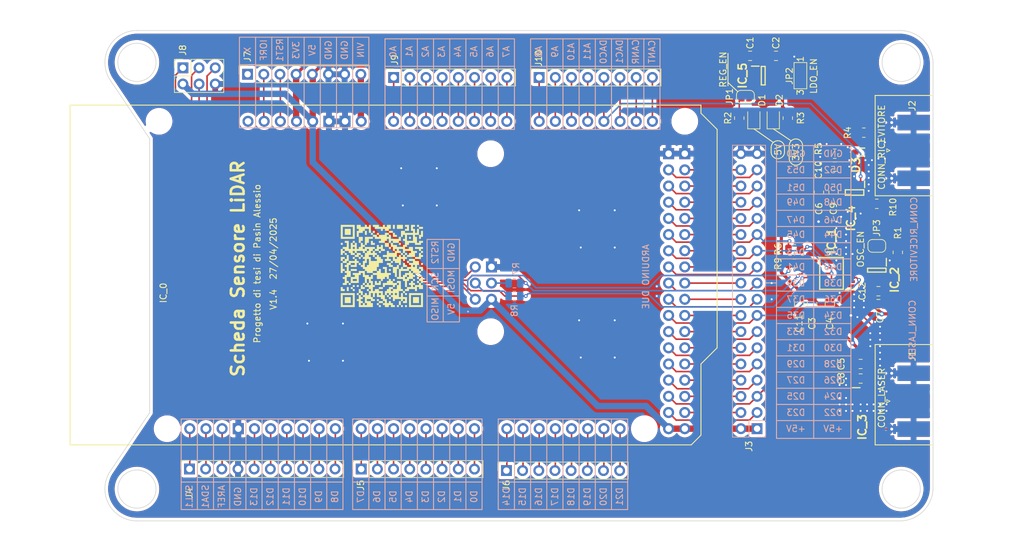
<source format=kicad_pcb>
(kicad_pcb (version 20211014) (generator pcbnew)
  (layers (0 "F.Cu" signal) (31 "B.Cu" signal) (34 "B.Paste" user) (35 "F.Paste" user) (36 "B.SilkS" user "B.Silkscreen") (37 "F.SilkS" user "F.Silkscreen") (38 "B.Mask" user) (39 "F.Mask" user) (44 "Edge.Cuts" user))
  (net 0 "")
  (net 1 "/3V3_ARDUINO")
  (net 2 "+5V")
  (net 3 "/ARD_CAN_RX")
  (net 4 "/ARD_AN_A0")
  (net 5 "/ARD_AN_A1")
  (net 6 "/ARD_AN_A2")
  (net 7 "/ARD_AN_A3")
  (net 8 "/ARD_AN_A4")
  (net 9 "/ARD_AN_A5")
  (net 10 "/ARD_AN_A6")
  (net 11 "/ARD_AN_A7")
  (net 12 "/ARD_AN_A8")
  (net 13 "/ARD_AN_A9")
  (net 14 "/ARD_AN_A10")
  (net 15 "/ARD_AN_A11")
  (net 16 "/ARD_AN_AREF")
  (net 17 "/SPI_CS")
  (net 18 "/ARD_V_REF")
  (net 19 "/ARD_CAN_TX")
  (net 20 "/ARD_SR_RX0")
  (net 21 "/ARD_SR_TX0")
  (net 22 "/ARD_SR_TX3")
  (net 23 "/ARD_TRIG")
  (net 24 "/ARD_BUFF_EN")
  (net 25 "/ARD_GPIO_D6")
  (net 26 "/ARD_GPIO_D7")
  (net 27 "/ARD_GPIO_D8")
  (net 28 "/ARD_GPIO_D9")
  (net 29 "/ARD_GPIO_D10")
  (net 30 "/ARD_GPIO_D11")
  (net 31 "/ARD_GPIO_D12")
  (net 32 "/ARD_GPIO_D13")
  (net 33 "/ARD_GPIO_D22")
  (net 34 "/ARD_GPIO_D23")
  (net 35 "/ARD_SR_RX3")
  (net 36 "/ARD_SR_TX2")
  (net 37 "/ARD_SR_RX2")
  (net 38 "/ARD_SR_TX1")
  (net 39 "/ARD_SR_RX1")
  (net 40 "/ARD_I2C_SDA")
  (net 41 "/ARD_I2C_SCL")
  (net 42 "/SPI_RESET")
  (net 43 "/ARD_GPIO_D25")
  (net 44 "/ARD_GPIO_D26")
  (net 45 "/ARD_GPIO_D27")
  (net 46 "/ARD_GPIO_D28")
  (net 47 "/ARD_GPIO_D29")
  (net 48 "/ARD_GPIO_D30")
  (net 49 "/ARD_GPIO_D31")
  (net 50 "/ARD_GPIO_D32")
  (net 51 "/ARD_GPIO_D33")
  (net 52 "/ARD_GPIO_D35")
  (net 53 "/ARD_GPIO_D36")
  (net 54 "/ARD_GPIO_D37")
  (net 55 "/ARD_GPIO_D38")
  (net 56 "/ARD_GPIO_D39")
  (net 57 "/ARD_GPIO_D40")
  (net 58 "/ARD_GPIO_D41")
  (net 59 "/ARD_GPIO_D43")
  (net 60 "/ARD_GPIO_45")
  (net 61 "/ARD_GPIO_46")
  (net 62 "/ARD_GPIO_47")
  (net 63 "/ARD_GPIO_49")
  (net 64 "/ARD_GPIO_51")
  (net 65 "/ARD_GPIO_53")
  (net 66 "/ARD_AN_DAC1")
  (net 67 "GND")
  (net 68 "/ARD_AN_IORF")
  (net 69 "/SPI_MISO")
  (net 70 "/SPI_MOSI")
  (net 71 "/ARD_AN_RST1")
  (net 72 "/ARD_I2C_SCL1")
  (net 73 "/SPI_SCK")
  (net 74 "/ARD_VIN")
  (net 75 "+3V3")
  (net 76 "Net-(C4-Pad1)")
  (net 77 "/ARD_I2C_SDA1")
  (net 80 "Net-(C2-Pad1)")
  (net 81 "Net-(IC_5-Pad3)")
  (net 82 "/TDC_STOP")
  (net 83 "/RIC_STOP")
  (net 84 "/TDC_START")
  (net 85 "/TDC_CLOCK")
  (net 87 "/BUFFER_START")
  (net 89 "Net-(C10-Pad1)")
  (net 90 "Net-(JP3-Pad2)")
  (net 92 "/ARD_GPIO_D2")
  (net 93 "/ARD_GPIO_D3")
  (net 94 "/ARD_GPIO_D4")
  (net 95 "/ARD_GPIO_D5")
  (net 96 "/ARD_GPIO_48")
  (net 97 "/ARD_GPIO_50")
  (net 98 "/ARD_GPIO_52")
  (net 99 "Net-(D1-Pad2)")
  (net 100 "Net-(D2-Pad2)")
  (net 101 "Net-(IC_2-Pad3)")
  (net 102 "Net-(IC_0-PadMOSI)")
  (net 103 "Net-(IC_0-PadSCK)")
  (net 104 "Net-(IC_1-Pad9)")
  (net 105 "/ARD_GPIO_44")
  (net 106 "Net-(IC_4-Pad6)")
  (footprint "Capacitor_SMD:C_0805_2012Metric" (layer "F.Cu") (at 201.422 90.932)
    (fp_text reference "C12")
    (fp_text value "1nF")
  )
  (footprint "Connector_Coaxial:SMA_Molex_73251-1153_EdgeMount_Horizontal" (layer "F.Cu") (at 205.232 68.834 180)
    (fp_text reference "J2")
    (fp_text value "CONN_RICEVITORE")
  )
  (footprint "Libreria_componenti_footprint:SOT95P280X100-6N" (layer "F.Cu") (at 197.678 75.438 -90)
    (fp_text reference "IC_4")
    (fp_text value "LT1719IS6#TRPBF" hide)
  )
  (footprint "Resistor_SMD:R_0805_2012Metric" (layer "F.Cu") (at 188.214 86.614)
    (fp_text reference "R9")
    (fp_text value "100")
  )
  (footprint "Connector_PinSocket_2.54mm:PinSocket_1x08_P2.54mm_Vertical" (layer "F.Cu") (at 148.154065 57.372981 90)
    (fp_text reference "J10")
    (fp_text value "Conn_01x08")
  )
  (footprint "Libreria_componenti_footprint:SOT65P210X110-5N" (layer "F.Cu") (at 198.882 107.188)
    (fp_text reference "IC_3")
    (fp_text value "SN74LVC1G125DCKR" hide)
  )
  (footprint "Libreria_componenti_footprint:SOT95P280X145-5N" (layer "F.Cu") (at 183.334 57.096)
    (fp_text reference "IC_5")
    (fp_text value "TLV74133PDBVR" hide)
  )
  (footprint "Jumper:SolderJumper-3_P1.3mm_Open_Pad1.0x1.5mm_NumberLabels" (layer "F.Cu") (at 189.176 57.096 -90)
    (fp_text reference "JP2")
    (fp_text value "LDO_EN")
  )
  (footprint "Connector_Coaxial:SMA_Molex_73251-1153_EdgeMount_Horizontal" (layer "F.Cu") (at 205.232 108.204 180)
    (fp_text reference "J1")
    (fp_text value "CONN_LASER")
  )
  (footprint "Capacitor_SMD:C_0805_2012Metric" (layer "F.Cu") (at 198.628 102.362 180)
    (fp_text reference "C5")
    (fp_text value "100nF")
  )
  (footprint "Connector_PinSocket_2.54mm:PinSocket_2x03_P2.54mm_Vertical" (layer "F.Cu") (at 92.217 55.86 90)
    (fp_text reference "J8")
    (fp_text value "Conn_SPI")
  )
  (footprint "Libreria_componenti_footprint:RB511VM30TE17" (layer "F.Cu") (at 198.882 69.088 90)
    (fp_text reference "D3")
    (fp_text value "D_Shockley" hide)
  )
  (footprint "Connector_PinSocket_2.54mm:PinSocket_1x08_P2.54mm_Vertical" (layer "F.Cu") (at 102.377 56.871 90)
    (fp_text reference "J7")
    (fp_text value "Conn_01x08")
  )
  (footprint "Capacitor_SMD:C_0805_2012Metric" (layer "F.Cu") (at 194.564 71.374 180)
    (fp_text reference "C10")
    (fp_text value "50pF")
  )
  (footprint "Resistor_SMD:R_0805_2012Metric" (layer "F.Cu") (at 187.198 63.754 -90)
    (fp_text reference "R3")
    (fp_text value "820")
  )
  (footprint "LED_SMD:LED_0805_2012Metric" (layer "F.Cu") (at 184.912 63.754 90)
    (fp_text reference "D2")
    (fp_text value "3V3")
  )
  (footprint "Libreria_componenti_footprint:SOP65P640X120-14N" (layer "F.Cu") (at 194.056 88.138 180)
    (fp_text reference "IC_1")
    (fp_text value "TDC7200PW" hide)
  )
  (footprint "Jumper:SolderJumper-2_P1.3mm_Open_RoundedPad1.0x1.5mm" (layer "F.Cu") (at 201.168 83.82)
    (fp_text reference "JP3")
    (fp_text value "OSC_EN")
  )
  (footprint "Capacitor_SMD:C_0805_2012Metric" (layer "F.Cu") (at 185.346 53.982 180)
    (fp_text reference "C2")
    (fp_text value "1uF")
  )
  (footprint "Connector_PinSocket_2.54mm:PinSocket_1x08_P2.54mm_Vertical" (layer "F.Cu") (at 120.217335 118.864561 90)
    (fp_text reference "J5")
    (fp_text value "Conn_01x08")
  )
  (footprint "Libreria_componenti_footprint:SOT95P280X145-5N" (layer "F.Cu") (at 201.168 87.63 -90)
    (fp_text reference "IC_2")
    (fp_text value "SiT2024BA-S2-33E-8.000000G" hide)
  )
  (footprint "Resistor_SMD:R_0805_2012Metric" (layer "F.Cu") (at 194.564 69.342 180)
    (fp_text reference "R5")
    (fp_text value "180")
  )
  (footprint "Capacitor_SMD:C_0805_2012Metric" (layer "F.Cu") (at 188.976 92.964 -90)
    (fp_text reference "C11")
    (fp_text value "1nF")
  )
  (footprint "Jumper:SolderJumper-2_P1.3mm_Open_RoundedPad1.0x1.5mm" (layer "F.Cu") (at 180.54 60.398 180)
    (fp_text reference "JP1")
    (fp_text value "REG_EN")
  )
  (footprint "Capacitor_SMD:C_0805_2012Metric" (layer "F.Cu") (at 201.422 92.964)
    (fp_text reference "C7")
    (fp_text value "100nF")
  )
  (footprint "Capacitor_SMD:C_0805_2012Metric" (layer "F.Cu") (at 181.282 53.982)
    (fp_text reference "C1")
    (fp_text value "0.1uF")
  )
  (footprint "Resistor_SMD:R_0805_2012Metric" (layer "F.Cu") (at 201.168 77.216 180)
    (fp_text reference "R10")
    (fp_text value "100")
  )
  (footprint "Capacitor_SMD:C_0805_2012Metric" (layer "F.Cu") (at 193.802 92.964 -90)
    (fp_text reference "C4")
    (fp_text value "1uF")
  )
  (footprint "LED_SMD:LED_0805_2012Metric" (layer "F.Cu") (at 181.864 63.754 90)
    (fp_text reference "D1")
    (fp_text value "5V")
  )
  (footprint "Capacitor_SMD:C_0805_2012Metric" (layer "F.Cu") (at 192.09 75.438 90)
    (fp_text reference "C6")
    (fp_text value "100nF")
  )
  (footprint "Connector_PinSocket_2.54mm:PinSocket_1x08_P2.54mm_Vertical" (layer "F.Cu") (at 125.311958 57.372981 90)
    (fp_text reference "J9")
    (fp_text value "Conn_01x08")
  )
  (footprint "Capacitor_SMD:C_0805_2012Metric" (layer "F.Cu") (at 198.628 104.648 180)
    (fp_text reference "C8")
    (fp_text value "1nF")
  )
  (footprint "Connector_PinSocket_2.54mm:PinSocket_1x08_P2.54mm_Vertical" (layer "F.Cu") (at 143.017 119.101 90)
    (fp_text reference "J6")
    (fp_text value "Conn_01x08")
  )
  (footprint "Capacitor_SMD:C_0805_2012Metric" (layer "F.Cu") (at 194.376 75.438 90)
    (fp_text reference "C9")
    (fp_text value "1nF")
  )
  (footprint "Resistor_SMD:R_0805_2012Metric" (layer "F.Cu") (at 199.136 66.04 180)
    (fp_text reference "R4")
    (fp_text value "47")
  )
  (footprint "Connector_PinSocket_2.54mm:PinSocket_1x10_P2.54mm_Vertical" (layer "F.Cu") (at 93.248 118.847 90)
    (fp_text reference "J4")
    (fp_text value "Conn_01x10")
  )
  (footprint "Resistor_SMD:R_0805_2012Metric" (layer "F.Cu") (at 204.47 84.836 90)
    (fp_text reference "R1")
    (fp_text value "10k")
  )
  (footprint "Capacitor_SMD:C_0805_2012Metric" (layer "F.Cu") (at 191.008 92.964 -90)
    (fp_text reference "C3")
    (fp_text value "100nF")
  )
  (footprint "Resistor_SMD:R_0805_2012Metric" (layer "F.Cu") (at 188.214 84.328 180)
    (fp_text reference "R6")
    (fp_text value "100")
  )
  (footprint "Resistor_SMD:R_0805_2012Metric" (layer "F.Cu") (at 179.578 63.754 -90)
    (fp_text reference "R2")
    (fp_text value "1k8")
  )
  (footprint "Resistor_SMD:R_0805_2012Metric" (layer "B.Cu") (at 144.272 91.694)
    (fp_text reference "R8")
    (fp_text value "100")
  )
  (footprint "Connector_PinSocket_2.54mm:PinSocket_2x18_P2.54mm_Vertical" (layer "B.Cu") (at 182.372 112.522)
    (fp_text reference "J3")
    (fp_text value "Conn_02x18_Odd_Even")
  )
  (footprint "Resistor_SMD:R_0805_2012Metric" (layer "B.Cu") (at 144.272 89.662)
    (fp_text reference "R7")
    (fp_text value "100")
  )
  (footprint "arduino-library:Arduino_Due_Shield" (layer "B.Cu") (at 74.5 61.722)
    (fp_text reference "IC_0")
    (fp_text value "Arduino_Due_Shield")
  )
  (gr_rect (start 91.948 110.998) (end 117.348 125.222) (layer "B.SilkS") (width 0.15) (fill none))
  (gr_line (start 162.052 65.532) (end 162.052 51.308) (layer "B.SilkS") (width 0.15))
  (gr_line (start 102.108 110.998) (end 102.108 125.222) (layer "B.SilkS") (width 0.15))
  (gr_rect (start 130.556 82.804) (end 135.636 95.758) (layer "B.SilkS") (width 0.15) (fill none))
  (gr_line (start 109.728 110.998) (end 109.728 125.222) (layer "B.SilkS") (width 0.15))
  (gr_line (start 126.492 110.998) (end 126.492 125.222) (layer "B.SilkS") (width 0.15))
  (gr_line (start 108.712 65.278) (end 108.712 51.054) (layer "B.SilkS") (width 0.15))
  (gr_line (start 134.112 65.532) (end 134.112 51.308) (layer "B.SilkS") (width 0.15))
  (gr_line (start 159.512 110.998) (end 159.512 125.222) (layer "B.SilkS") (width 0.15))
  (gr_line (start 121.412 110.998) (end 121.412 125.222) (layer "B.SilkS") (width 0.15))
  (gr_line (start 151.892 65.532) (end 151.892 51.308) (layer "B.SilkS") (width 0.15))
  (gr_line (start 112.268 110.998) (end 112.268 125.222) (layer "B.SilkS") (width 0.15))
  (gr_line (start 129.032 110.998) (end 129.032 125.222) (layer "B.SilkS") (width 0.15))
  (gr_line (start 123.952 110.998) (end 123.952 125.222) (layer "B.SilkS") (width 0.15))
  (gr_line (start 129.032 65.532) (end 129.032 51.308) (layer "B.SilkS") (width 0.15))
  (gr_line (start 167.132 55.626) (end 146.812 55.626) (layer "B.SilkS") (width 0.15))
  (gr_line (start 94.488 110.998) (end 94.488 125.222) (layer "B.SilkS") (width 0.15))
  (gr_line (start 185.42 111.252) (end 197.104 111.252) (layer "B.SilkS") (width 0.15))
  (gr_rect (start 167.132 65.532) (end 146.812 51.308) (layer "B.SilkS") (width 0.15) (fill none))
  (gr_line (start 185.42 78.232) (end 197.104 78.232) (layer "B.SilkS") (width 0.15))
  (gr_line (start 97.028 110.998) (end 97.028 125.222) (layer "B.SilkS") (width 0.15))
  (gr_line (start 149.352 110.998) (end 149.352 125.222) (layer "B.SilkS") (width 0.15))
  (gr_line (start 144.272 55.626) (end 123.952 55.626) (layer "B.SilkS") (width 0.15))
  (gr_line (start 185.42 103.632) (end 197.104 103.632) (layer "B.SilkS") (width 0.15))
  (gr_line (start 111.252 65.278) (end 111.252 51.054) (layer "B.SilkS") (width 0.15))
  (gr_line (start 156.972 110.998) (end 156.972 125.222) (layer "B.SilkS") (width 0.15))
  (gr_line (start 149.352 65.532) (end 149.352 51.308) (layer "B.SilkS") (width 0.15))
  (gr_line (start 191.262 68.072) (end 191.262 114.046) (layer "B.SilkS") (width 0.15))
  (gr_line (start 136.652 65.532) (end 136.652 51.308) (layer "B.SilkS") (width 0.15))
  (gr_line (start 185.42 101.092) (end 197.104 101.092) (layer "B.SilkS") (width 0.15))
  (gr_line (start 131.572 65.532) (end 131.572 51.308) (layer "B.SilkS") (width 0.15))
  (gr_rect (start 141.732 110.998) (end 162.052 125.222) (layer "B.SilkS") (width 0.15) (fill none))
  (gr_line (start 154.432 65.532) (end 154.432 51.308) (layer "B.SilkS") (width 0.15))
  (gr_line (start 185.42 88.392) (end 197.104 88.392) (layer "B.SilkS") (width 0.15))
  (gr_line (start 133.096 95.758) (end 133.096 82.804) (layer "B.SilkS") (width 0.15))
  (gr_line (start 134.112 110.998) (end 134.112 125.222) (layer "B.SilkS") (width 0.15))
  (gr_line (start 136.652 110.998) (end 136.652 125.222) (layer "B.SilkS") (width 0.15))
  (gr_line (start 185.42 80.772) (end 197.104 80.772) (layer "B.SilkS") (width 0.15))
  (gr_line (start 151.892 110.998) (end 151.892 125.222) (layer "B.SilkS") (width 0.15))
  (gr_line (start 183.702 89.632) (end 185.394463 89.632147) (layer "B.SilkS") (width 0.15))
  (gr_line (start 106.172 65.278) (end 106.172 51.054) (layer "B.SilkS") (width 0.15))
  (gr_rect (start 118.872 110.998) (end 139.192 125.222) (layer "B.SilkS") (width 0.15) (fill none))
  (gr_line (start 117.348 120.904) (end 91.948 120.904) (layer "B.SilkS") (width 0.15))
  (gr_line (start 114.808 110.998) (end 114.808 125.222) (layer "B.SilkS") (width 0.15))
  (gr_line (start 141.732 65.532) (end 141.732 51.308) (layer "B.SilkS") (width 0.15))
  (gr_line (start 130.556 91.694) (end 135.636 91.694) (layer "B.SilkS") (width 0.15))
  (gr_rect (start 185.42 68.072) (end 197.104 114.046) (layer "B.SilkS") (width 0.15) (fill none))
  (gr_line (start 185.42 85.852) (end 197.104 85.852) (layer "B.SilkS") (width 0.15))
  (gr_line (start 156.972 65.532) (end 156.972 51.308) (layer "B.SilkS") (width 0.15))
  (gr_line (start 116.332 65.278) (end 116.332 51.054) (layer "B.SilkS") (width 0.15))
  (gr_line (start 154.432 110.998) (end 154.432 125.222) (layer "B.SilkS") (width 0.15))
  (gr_line (start 146.812 110.998) (end 146.812 125.222) (layer "B.SilkS") (width 0.15))
  (gr_line (start 131.572 110.998) (end 131.572 125.222) (layer "B.SilkS") (width 0.15))
  (gr_line (start 121.412 55.372) (end 101.092 55.372) (layer "B.SilkS") (width 0.15))
  (gr_rect (start 144.272 65.532) (end 123.952 51.308) (layer "B.SilkS") (width 0.15) (fill none))
  (gr_line (start 139.192 65.532) (end 139.192 51.308) (layer "B.SilkS") (width 0.15))
  (gr_line (start 103.632 65.278) (end 103.632 51.054) (layer "B.SilkS") (width 0.15))
  (gr_line (start 107.188 110.998) (end 107.188 125.222) (layer "B.SilkS") (width 0.15))
  (gr_line (start 126.492 65.532) (end 126.492 51.308) (layer "B.SilkS") (width 0.15))
  (gr_line (start 185.42 108.712) (end 197.104 108.712) (layer "B.SilkS") (width 0.15))
  (gr_line (start 185.42 90.932) (end 197.104 90.932) (layer "B.SilkS") (width 0.15))
  (gr_line (start 185.42 98.552) (end 197.104 98.552) (layer "B.SilkS") (width 0.15))
  (gr_line (start 185.42 83.312) (end 197.104 83.312) (layer "B.SilkS") (width 0.15))
  (gr_line (start 99.568 110.998) (end 99.568 125.222) (layer "B.SilkS") (width 0.15))
  (gr_line (start 185.42 106.172) (end 197.104 106.172) (layer "B.SilkS") (width 0.15))
  (gr_line (start 118.872 120.904) (end 139.192 120.904) (layer "B.SilkS") (width 0.15))
  (gr_line (start 159.512 65.532) (end 159.512 51.308) (layer "B.SilkS") (width 0.15))
  (gr_line (start 164.592 65.532) (end 164.592 51.308) (layer "B.SilkS") (width 0.15))
  (gr_line (start 113.792 65.278) (end 113.792 51.054) (layer "B.SilkS") (width 0.15))
  (gr_line (start 130.556 87.376) (end 135.636 87.376) (layer "B.SilkS") (width 0.15))
  (gr_rect (start 121.412 65.278) (end 101.092 51.054) (layer "B.SilkS") (width 0.15) (fill none))
  (gr_line (start 118.872 65.278) (end 118.872 51.054) (layer "B.SilkS") (width 0.15))
  (gr_line (start 185.42 75.692) (end 197.104 75.692) (layer "B.SilkS") (width 0.15))
  (gr_line (start 144.272 110.998) (end 144.272 125.222) (layer "B.SilkS") (width 0.15))
  (gr_line (start 185.42 70.612) (end 197.104 70.612) (layer "B.SilkS") (width 0.15))
  (gr_line (start 185.42 96.012) (end 197.104 96.012) (layer "B.SilkS") (width 0.15))
  (gr_line (start 185.42 93.472) (end 197.104 93.472) (layer "B.SilkS") (width 0.15))
  (gr_line (start 185.42 73.152) (end 197.104 73.152) (layer "B.SilkS") (width 0.15))
  (gr_line (start 104.648 110.998) (end 104.648 125.222) (layer "B.SilkS") (width 0.15))
  (gr_line (start 141.732 120.904) (end 162.052 120.904) (layer "B.SilkS") (width 0.15))
  (gr_line (start 209.804 60.198) (end 200.914 60.198) (layer "F.SilkS") (width 0.15))
  (gr_arc (start 184.584491 68.389002) (mid 185.631758 67.31) (end 186.679025 68.389002) (layer "F.SilkS") (width 0.15))
  (gr_poly (pts (xy 129.914289 80.832157) (xy 129.914289 81.146315) (xy 129.286 81.146315) (xy 129.286 80.832157)) (layer "F.SilkS") (width 0) (fill solid))
  (gr_poly (pts (xy 119.204252 85.558761) (xy 119.204252 85.558915) (xy 119.204801 85.558915) (xy 119.204801 85.872918) (xy 118.890609 85.872918) (xy 118.890609 85.558761)) (layer "F.SilkS") (width 0) (fill solid))
  (gr_poly (pts (xy 125.187995 86.187078) (xy 125.187995 86.501234) (xy 124.873802 86.501234) (xy 124.873802 86.187078)) (layer "F.SilkS") (width 0) (fill solid))
  (gr_poly (pts (xy 117.319903 83.345382) (xy 117.319903 83.659537) (xy 117.005743 83.659537) (xy 117.005743 83.345382)) (layer "F.SilkS") (width 0) (fill solid))
  (gr_poly (pts (xy 129.601033 89.642777) (xy 129.601033 89.642801) (xy 129.599999 89.642801) (xy 129.599999 89.642777)) (layer "F.SilkS") (width 0) (fill solid))
  (gr_line (start 177.8 53.594) (end 177.8 58.674) (layer "F.SilkS") (width 0.15))
  (gr_poly (pts (xy 127.401523 93.1128) (xy 127.401523 93.426956) (xy 127.08733 93.426956) (xy 127.08733 93.1128)) (layer "F.SilkS") (width 0) (fill solid))
  (gr_poly (pts (xy 122.988162 80.518) (xy 122.988162 80.832157) (xy 123.61645 80.832157) (xy 123.61645 80.518) (xy 123.930643 80.518) (xy 123.930643 80.832157) (xy 124.244803 80.832157) (xy 124.244803 80.518) (xy 124.873124 80.518) (xy 124.873124 81.146315) (xy 124.558931 81.146315) (xy 124.558931 81.460471) (xy 123.930707 81.460471) (xy 123.930707 81.146315) (xy 123.616515 81.146315) (xy 123.616515 81.460471) (xy 123.302322 81.460471) (xy 123.302322 81.146315) (xy 122.359841 81.146315) (xy 122.359841 80.832157) (xy 122.04568 80.832157) (xy 122.04568 80.518)) (layer "F.SilkS") (width 0) (fill solid))
  (gr_poly (pts (xy 119.204866 80.517974) (xy 119.204866 82.71707) (xy 118.890705 82.71707) (xy 118.890705 82.40291) (xy 118.890705 80.832128) (xy 117.319903 80.832128) (xy 117.319903 82.40291) (xy 118.890705 82.40291) (xy 118.890705 82.71707) (xy 118.105321 82.717068) (xy 117.005775 82.717068) (xy 117.005775 80.517974)) (layer "F.SilkS") (width 0) (fill solid))
  (gr_line (start 181.864 65.439) (end 184.912 67.564) (layer "F.SilkS") (width 0.15))
  (gr_poly (pts (xy 120.147282 86.501232) (xy 120.147282 86.815389) (xy 119.83309 86.815389) (xy 119.83309 86.501232)) (layer "F.SilkS") (width 0) (fill solid))
  (gr_arc (start 189.515268 70.104) (mid 188.468 71.151268) (end 187.420732 70.104) (layer "F.SilkS") (width 0.15))
  (gr_poly (pts (xy 121.732715 92.484487) (xy 121.732715 92.484488) (xy 121.732101 92.484488) (xy 121.732101 92.484487)) (layer "F.SilkS") (width 0) (fill solid))
  (gr_arc (start 186.679026 69.088) (mid 185.631758 70.135268) (end 184.58449 69.088) (layer "F.SilkS") (width 0.15))
  (gr_poly (pts (xy 129.286452 91.856172) (xy 129.286452 92.798642) (xy 128.343971 92.798642) (xy 128.343971 91.856172)) (layer "F.SilkS") (width 0) (fill solid))
  (gr_poly (pts (xy 125.502285 80.517974) (xy 125.502285 81.146289) (xy 125.188092 81.146289) (xy 125.188092 80.517974)) (layer "F.SilkS") (width 0) (fill solid))
  (gr_poly (pts (xy 118.576545 91.856172) (xy 118.576545 92.798642) (xy 117.634064 92.798642) (xy 117.634064 91.856172)) (layer "F.SilkS") (width 0) (fill solid))
  (gr_poly (pts (xy 129.286485 89.328641) (xy 129.286485 89.642797) (xy 128.972292 89.642797) (xy 128.972292 89.328641)) (layer "F.SilkS") (width 0) (fill solid))
  (gr_line (start 209.804 99.314) (end 200.914 99.314) (layer "F.SilkS") (width 0.15))
  (gr_line (start 184.912 65.439) (end 187.706 67.31) (layer "F.SilkS") (width 0.15))
  (gr_poly (pts (xy 127.401651 91.227864) (xy 127.401651 91.54202) (xy 127.08746 91.54202) (xy 127.08746 91.227864)) (layer "F.SilkS") (width 0) (fill solid))
  (gr_poly (pts (xy 126.75912 91.227864) (xy 126.762544 91.53845) (xy 126.765967 91.849036) (xy 127.08368 91.852881) (xy 127.401425 91.856725) (xy 127.401425 92.798648) (xy 127.087104 92.798648) (xy 127.087104 92.485423) (xy 127.087104 92.170331) (xy 126.922579 92.170332) (xy 126.75786 92.170332) (xy 126.761833 92.32384) (xy 126.765805 92.477348) (xy 126.926455 92.481385) (xy 127.087104 92.485423) (xy 127.087104 92.798648) (xy 126.773105 92.798648) (xy 126.773105 92.484492) (xy 126.444669 92.484492) (xy 126.444669 93.112805) (xy 126.130508 93.112805) (xy 126.130508 93.426956) (xy 125.816316 93.426956) (xy 125.816316 93.1128) (xy 126.130508 93.1128) (xy 126.130508 92.485422) (xy 126.291125 92.481384) (xy 126.451775 92.477347) (xy 126.455747 92.323839) (xy 126.45972 92.170331) (xy 126.451677 92.170331) (xy 126.451677 91.849036) (xy 126.454584 91.691958) (xy 126.4562 91.618855) (xy 126.457192 91.535928) (xy 126.458008 91.381372) (xy 126.458008 91.227864) (xy 126.605576 91.227864) (xy 126.635405 91.227669) (xy 126.66361 91.227112) (xy 126.689548 91.226232) (xy 126.712575 91.225067) (xy 126.732045 91.223657) (xy 126.747314 91.22204) (xy 126.757738 91.220256) (xy 126.760932 91.219314) (xy 126.762672 91.218344) (xy 126.763166 91.217663) (xy 126.763652 91.216608) (xy 126.764603 91.21342) (xy 126.765519 91.208858) (xy 126.766396 91.203004) (xy 126.76723 91.195938) (xy 126.768015 91.187741) (xy 126.769423 91.168275) (xy 126.770583 91.14525) (xy 126.771457 91.119311) (xy 126.772008 91.091101) (xy 126.772201 91.061266) (xy 126.772201 90.913707) (xy 126.130897 90.913707) (xy 126.134319 91.381372) (xy 126.137485 91.849036) (xy 126.451677 91.849036) (xy 126.451677 92.170331) (xy 126.130476 92.170331) (xy 126.130476 89.972194) (xy 126.130476 89.641826) (xy 125.976965 89.645886) (xy 125.823454 89.649937) (xy 125.823454 89.964093) (xy 125.976965 89.968144) (xy 126.130476 89.972194) (xy 126.130476 92.170331) (xy 125.816413 92.170331) (xy 125.816413 90.599469) (xy 125.816413 89.955985) (xy 125.662707 89.960043) (xy 125.509196 89.964093) (xy 125.505224 90.117123) (xy 125.501251 90.270153) (xy 125.348257 90.274198) (xy 125.195197 90.278244) (xy 125.195197 90.5924) (xy 125.505805 90.595934) (xy 125.816413 90.599469) (xy 125.816413 92.170331) (xy 125.816154 92.170331) (xy 125.816154 91.542986) (xy 125.816154 91.227862) (xy 125.501186 91.227862) (xy 125.505159 91.381371) (xy 125.509131 91.534879) (xy 125.662643 91.538932) (xy 125.816154 91.542986) (xy 125.816154 92.170331) (xy 125.501994 92.170331) (xy 125.501994 92.484486) (xy 125.188286 92.484486) (xy 125.188286 90.914671) (xy 125.188286 90.599548) (xy 124.87335 90.599548) (xy 124.877323 90.753056) (xy 124.881296 90.906564) (xy 125.034775 90.910618) (xy 125.188286 90.914671) (xy 125.188286 92.484486) (xy 125.187995 92.484486) (xy 125.187995 91.542017) (xy 125.187995 91.227861) (xy 125.030899 91.227861) (xy 124.873802 91.227861) (xy 124.873802 91.542017) (xy 125.187995 91.542017) (xy 125.187995 92.484486) (xy 125.187834 92.484486) (xy 125.187834 91.856173) (xy 124.873802 91.856173) (xy 124.873802 91.542018) (xy 124.55961 91.542018) (xy 124.55961 91.227861) (xy 124.24545 91.227861) (xy 124.24545 91.542018) (xy 124.55961 91.542018) (xy 124.55961 91.856173) (xy 124.873641 91.856173) (xy 124.873641 92.17033) (xy 124.559448 92.17033) (xy 124.559448 91.856173) (xy 124.245288 91.856173) (xy 124.245288 91.542017) (xy 123.931095 91.542017) (xy 123.931095 92.170331) (xy 124.245288 92.170331) (xy 124.245288 92.798643) (xy 124.559448 92.798643) (xy 124.559448 92.484487) (xy 124.873641 92.484487) (xy 124.873641 92.798643) (xy 125.187834 92.798643) (xy 125.187834 93.1128) (xy 125.501994 93.1128) (xy 125.501994 93.426956) (xy 124.873705 93.426956) (xy 124.873705 93.1128) (xy 124.559513 93.1128) (xy 124.559513 93.426956) (xy 123.931838 93.426956) (xy 123.931838 92.798644) (xy 123.931838 92.484488) (xy 123.930546 92.484488) (xy 123.930546 91.542015) (xy 123.930546 90.913702) (xy 124.244707 90.913702) (xy 124.244707 90.599546) (xy 124.558899 90.599546) (xy 124.558899 90.285389) (xy 124.719548 90.284569) (xy 124.878078 90.284447) (xy 125.033676 90.285336) (xy 125.187187 90.28695) (xy 125.187187 89.957599) (xy 124.562452 89.960853) (xy 123.937684 89.964102) (xy 123.933711 90.117132) (xy 123.929738 90.270162) (xy 123.776712 90.274207) (xy 123.623685 90.278253) (xy 123.619712 90.438901) (xy 123.61574 90.599549) (xy 122.988388 90.599549) (xy 122.988388 90.285392) (xy 123.616676 90.285392) (xy 123.616676 89.642799) (xy 124.244965 89.642799) (xy 124.244965 89.328643) (xy 124.559157 89.328643) (xy 124.559157 89.014485) (xy 124.245546 89.014485) (xy 124.245546 88.700329) (xy 123.931354 88.700329) (xy 123.931354 89.014485) (xy 123.617354 89.014485) (xy 123.617354 89.014483) (xy 123.617354 88.700327) (xy 123.931515 88.700327) (xy 123.931515 88.386171) (xy 124.245707 88.386171) (xy 124.245707 88.072016) (xy 124.245481 88.072016) (xy 124.245481 88.072014) (xy 124.088482 88.072016) (xy 123.931386 88.072016) (xy 123.931386 88.386171) (xy 123.303097 88.386171) (xy 123.303097 88.072016) (xy 123.303065 88.072016) (xy 123.303065 88.072014) (xy 122.674809 88.072014) (xy 122.674809 88.386171) (xy 122.988969 88.386171) (xy 122.988969 88.700327) (xy 123.303162 88.700327) (xy 123.303162 89.014483) (xy 123.617354 89.014483) (xy 123.617354 89.014485) (xy 123.617193 89.014485) (xy 123.617193 89.328642) (xy 123.303 89.328642) (xy 123.303 89.014485) (xy 122.674712 89.014485) (xy 122.674712 88.386173) (xy 122.046391 88.386173) (xy 122.046391 88.072016) (xy 122.674712 88.072016) (xy 122.674712 87.75786) (xy 122.988873 87.75786) (xy 122.988873 87.443703) (xy 123.303065 87.443703) (xy 123.303065 88.072014) (xy 123.303097 88.072014) (xy 123.303097 88.072016) (xy 123.931354 88.072016) (xy 123.931354 87.443703) (xy 123.617193 87.443703) (xy 123.617193 87.129547) (xy 124.245481 87.129547) (xy 124.245481 88.072014) (xy 124.245707 88.072014) (xy 124.245707 88.072016) (xy 124.87377 88.072016) (xy 124.87377 88.386171) (xy 124.716803 88.386173) (xy 124.559739 88.386173) (xy 124.559739 89.014485) (xy 124.873318 89.014485) (xy 124.873318 89.328642) (xy 125.18751 89.328642) (xy 125.18751 89.014485) (xy 125.501703 89.014485) (xy 125.501703 89.327677) (xy 125.348192 89.331727) (xy 125.194681 89.335778) (xy 125.190708 89.489286) (xy 125.186735 89.642794) (xy 125.816025 89.642794) (xy 125.816025 89.328637) (xy 126.444314 89.328637) (xy 126.444314 89.489286) (xy 126.447738 90.121169) (xy 126.450902 90.592404) (xy 126.603929 90.596449) (xy 126.756956 90.600499) (xy 126.760929 90.753529) (xy 126.764901 90.906559) (xy 127.079094 90.906559) (xy 127.083067 90.753529) (xy 127.087039 90.600499) (xy 127.240034 90.596449) (xy 127.393061 90.592404) (xy 127.393061 90.278248) (xy 127.23955 90.274197) (xy 127.08607 90.270147) (xy 127.08607 90.117121) (xy 127.082646 89.64994) (xy 127.07974 89.335782) (xy 126.926681 89.331732) (xy 126.773686 89.327687) (xy 126.769713 89.174656) (xy 126.765741 89.021625) (xy 126.451581 89.018563) (xy 126.445509 89.018517) (xy 126.445509 88.700331) (xy 126.77346 88.700331) (xy 126.77346 88.386174) (xy 127.087653 88.386174) (xy 127.087653 88.072018) (xy 127.715941 88.072018) (xy 127.715941 87.757862) (xy 128.030134 87.757862) (xy 128.030134 88.072014) (xy 128.343971 88.072014) (xy 128.343971 87.757858) (xy 128.029778 87.757858) (xy 128.029778 87.443702) (xy 127.715586 87.443702) (xy 127.715586 87.757559) (xy 127.083713 87.761279) (xy 126.451839 87.765) (xy 126.448674 88.232665) (xy 126.445509 88.700331) (xy 126.445509 89.018517) (xy 126.130476 89.016148) (xy 126.130476 87.443703) (xy 126.130476 87.443682) (xy 126.130315 87.443682) (xy 126.130315 87.443703) (xy 126.130476 87.443703) (xy 126.130476 89.016148) (xy 126.130315 89.016147) (xy 126.130315 88.700307) (xy 126.130315 87.443703) (xy 125.973445 87.443702) (xy 125.816348 87.443702) (xy 125.816348 88.700307) (xy 126.130315 88.700307) (xy 126.130315 89.016147) (xy 125.976771 89.014992) (xy 125.816348 89.014464) (xy 125.816348 88.700329) (xy 125.816348 88.700307) (xy 125.816122 88.700307) (xy 125.816122 88.700329) (xy 125.816348 88.700329) (xy 125.816348 89.014464) (xy 125.816122 89.014463) (xy 125.816122 88.700329) (xy 125.502155 88.700329) (xy 125.502155 88.072016) (xy 125.187995 88.072016) (xy 125.187995 87.129547) (xy 125.816283 87.129547) (xy 125.816283 86.815391) (xy 126.130476 86.815391) (xy 126.130476 87.443682) (xy 126.458751 87.443682) (xy 126.458751 87.129525) (xy 126.772943 87.129525) (xy 126.772943 86.501212) (xy 127.087104 86.501212) (xy 127.087104 86.815368) (xy 127.401297 86.815368) (xy 127.401297 87.12898) (xy 127.083584 87.132823) (xy 126.765838 87.136667) (xy 126.761866 87.290174) (xy 126.757893 87.443683) (xy 127.401425 87.443683) (xy 127.401425 87.129527) (xy 128.029715 87.129527) (xy 128.029715 86.815371) (xy 127.715618 86.815371) (xy 127.715618 86.501232) (xy 127.715618 86.501214) (xy 127.715554 86.501214) (xy 127.715554 86.501232) (xy 127.715618 86.501232) (xy 127.715618 86.815371) (xy 127.715554 86.815371) (xy 127.715554 86.501232) (xy 127.401425 86.501232) (xy 127.401425 86.187076) (xy 127.715618 86.187076) (xy 127.715618 86.501214) (xy 128.343842 86.501214) (xy 128.343842 86.187058) (xy 127.715554 86.187058) (xy 127.715554 85.872902) (xy 128.658035 85.872902) (xy 128.658035 85.5588) (xy 128.657615 85.5588) (xy 128.657615 85.558745) (xy 128.029747 85.558763) (xy 127.401425 85.558763) (xy 127.401425 85.245572) (xy 127.554937 85.241517) (xy 127.708448 85.237461) (xy 127.712421 85.084431) (xy 127.716393 84.931401) (xy 127.869389 84.927346) (xy 128.022415 84.923291) (xy 128.026387 84.769784) (xy 128.03036 84.616274) (xy 127.08691 84.616274) (xy 127.08691 84.930425) (xy 126.757505 84.930425) (xy 126.761477 85.083934) (xy 126.76545 85.237443) (xy 127.079611 85.237443) (xy 127.083584 85.083934) (xy 127.087556 84.930425) (xy 127.400747 84.930425) (xy 127.400747 85.244583) (xy 127.086587 85.244583) (xy 127.086587 85.558739) (xy 127.400747 85.558739) (xy 127.400747 85.872894) (xy 127.086587 85.872894) (xy 127.086587 86.187052) (xy 126.772394 86.187052) (xy 126.772394 85.872894) (xy 126.67576 85.872894) (xy 126.67576 85.556827) (xy 126.699074 85.556558) (xy 126.71922 85.555992) (xy 126.735538 85.55514) (xy 126.747368 85.554013) (xy 126.751393 85.55335) (xy 126.754049 85.552623) (xy 126.755336 85.552015) (xy 126.75657 85.551192) (xy 126.757752 85.55015) (xy 126.758881 85.54888) (xy 126.75996 85.547377) (xy 126.760989 85.545634) (xy 126.761969 85.543645) (xy 126.7629 85.541403) (xy 126.763783 85.538902) (xy 126.76462 85.536135) (xy 126.765411 85.533096) (xy 126.766157 85.529778) (xy 126.766858 85.526176) (xy 126.767516 85.522282) (xy 126.768704 85.513593) (xy 126.769728 85.503662) (xy 126.770595 85.492435) (xy 126.77131 85.479863) (xy 126.77188 85.465892) (xy 126.772313 85.450472) (xy 126.772613 85.43355) (xy 126.772789 85.415076) (xy 126.772846 85.394997) (xy 126.772846 85.244611) (xy 126.675539 85.244608) (xy 126.675539 84.928523) (xy 126.698812 84.928262) (xy 126.718909 84.92771) (xy 126.735172 84.92688) (xy 126.746943 84.925783) (xy 126.750939 84.925138) (xy 126.753565 84.924432) (xy 126.754899 84.92372) (xy 126.756173 84.922611) (xy 126.757387 84.921086) (xy 126.758542 84.919126) (xy 126.75964 84.916712) (xy 126.760682 84.913823) (xy 126.761669 84.910442) (xy 126.762602 84.906549) (xy 126.764312 84.897151) (xy 126.765822 84.885475) (xy 126.767142 84.871368) (xy 126.768281 84.854677) (xy 126.769249 84.835248) (xy 126.770057 84.812929) (xy 126.770713 84.787566) (xy 126.771228 84.759005) (xy 126.771612 84.727094) (xy 126.771874 84.691679) (xy 126.772072 84.609726) (xy 126.772072 84.302142) (xy 126.767195 84.302142) (xy 126.767195 83.980881) (xy 126.771167 83.827373) (xy 126.77514 83.673863) (xy 126.922192 83.673863) (xy 126.951934 83.67367) (xy 126.980053 83.673115) (xy 127.005907 83.672238) (xy 127.028855 83.671079) (xy 127.048254 83.669675) (xy 127.063462 83.668065) (xy 127.073838 83.66629) (xy 127.077013 83.665352) (xy 127.078739 83.664387) (xy 127.079701 83.661822) (xy 127.080597 83.656191) (xy 127.082182 83.636384) (xy 127.083468 83.606267) (xy 127.084432 83.567145) (xy 127.085047 83.52032) (xy 127.085288 83.467095) (xy 127.085132 83.408773) (xy 127.084553 83.346659) (xy 127.081129 83.038409) (xy 126.926552 83.034318) (xy 126.773041 83.030274) (xy 126.773041 82.717083) (xy 127.087136 82.717083) (xy 127.083713 82.406495) (xy 127.080289 82.095908) (xy 126.766129 82.095908) (xy 126.762156 82.248938) (xy 126.758183 82.401968) (xy 126.605157 82.406023) (xy 126.452162 82.410066) (xy 126.449255 82.567144) (xy 126.447639 82.640209) (xy 126.446647 82.723031) (xy 126.445831 82.877248) (xy 126.445831 83.030274) (xy 126.29232 83.034318) (xy 126.138809 83.038373) (xy 126.134836 83.191882) (xy 126.130864 83.345389) (xy 126.444636 83.345389) (xy 126.444636 83.659546) (xy 126.130476 83.659546) (xy 126.130476 83.345391) (xy 126.130864 83.345389) (xy 126.130476 83.345389) (xy 126.130476 83.345391) (xy 125.977869 83.345918) (xy 125.510682 83.349487) (xy 125.196554 83.352546) (xy 125.196554 83.666701) (xy 125.353618 83.669631) (xy 125.509528 83.671889) (xy 125.663741 83.673201) (xy 125.816768 83.673863) (xy 125.820741 83.827373) (xy 125.824714 83.980881) (xy 126.767195 83.980881) (xy 126.767195 84.302142) (xy 126.450967 84.302138) (xy 126.129507 84.302138) (xy 126.13348 84.455647) (xy 126.137452 84.609156) (xy 126.290512 84.613211) (xy 126.443506 84.617255) (xy 126.447479 84.770286) (xy 126.451451 84.923315) (xy 126.593239 84.927437) (xy 126.622094 84.928122) (xy 126.649747 84.92848) (xy 126.675539 84.928523) (xy 126.675539 85.244608) (xy 126.608354 85.244607) (xy 126.443667 85.244607) (xy 126.44764 85.398116) (xy 126.451613 85.551626) (xy 126.5934 85.555748) (xy 126.622263 85.556433) (xy 126.649936 85.556789) (xy 126.67576 85.556827) (xy 126.67576 85.872894) (xy 126.442376 85.872894) (xy 126.445024 86.026403) (xy 126.445024 86.815363) (xy 126.130832 86.815363) (xy 126.130832 86.501206) (xy 125.817252 86.501206) (xy 125.817252 85.873893) (xy 125.817252 85.558771) (xy 126.131412 85.558771) (xy 126.131412 85.244613) (xy 126.286119 85.244613) (xy 126.317396 85.244419) (xy 126.346948 85.243863) (xy 126.374104 85.242984) (xy 126.398188 85.241819) (xy 126.418529 85.24041) (xy 126.434452 85.238793) (xy 126.445285 85.237009) (xy 126.448582 85.236066) (xy 126.450354 85.235096) (xy 126.450847 85.234415) (xy 126.451333 85.23336) (xy 126.452284 85.230171) (xy 126.4532 85.225609) (xy 126.454077 85.219755) (xy 126.45491 85.212689) (xy 126.455696 85.204492) (xy 126.457103 85.185026) (xy 126.458263 85.162002) (xy 126.459137 85.136063) (xy 126.459689 85.107853) (xy 126.459881 85.078017) (xy 126.459881 84.930459) (xy 126.136839 84.93045) (xy 125.816154 84.93045) (xy 125.816154 84.617266) (xy 125.816154 84.302144) (xy 125.658735 84.302136) (xy 125.501186 84.302136) (xy 125.505159 84.455645) (xy 125.509131 84.609155) (xy 125.662643 84.61321) (xy 125.816154 84.617266) (xy 125.816154 84.93045) (xy 125.814766 84.93045) (xy 125.817414 85.08396) (xy 125.817414 85.558765) (xy 125.502285 85.558765) (xy 125.506257 85.712272) (xy 125.51023 85.865782) (xy 125.663741 85.869837) (xy 125.817252 85.873893) (xy 125.817252 86.501206) (xy 125.502543 86.501206) (xy 125.502543 86.18705) (xy 125.188351 86.18705) (xy 125.188351 85.558735) (xy 124.560062 85.558735) (xy 124.560062 85.872894) (xy 124.874255 85.872894) (xy 124.874255 86.187052) (xy 123.931773 86.187052) (xy 123.931773 85.872894) (xy 124.245934 85.872894) (xy 124.245934 85.558737) (xy 123.617645 85.558737) (xy 123.617645 85.244581) (xy 124.245934 85.244581) (xy 124.245934 84.616266) (xy 124.559125 84.616266) (xy 124.563098 84.769775) (xy 124.56707 84.923282) (xy 125.034742 84.927049) (xy 125.502381 84.930816) (xy 125.502381 84.61627) (xy 125.188221 84.61627) (xy 125.188221 83.97271) (xy 125.03471 83.976766) (xy 124.881198 83.980821) (xy 124.877226 84.141469) (xy 124.873253 84.302118) (xy 124.560029 84.302118) (xy 124.560029 83.972132) (xy 124.406518 83.973746) (xy 124.250916 83.97464) (xy 124.092358 83.97454) (xy 123.931741 83.973746) (xy 123.931741 83.345434) (xy 124.559481 83.345434) (xy 124.566909 83.980888) (xy 124.72042 83.984943) (xy 124.873931 83.988999) (xy 124.873931 83.34544) (xy 125.188092 83.34544) (xy 125.188092 83.030318) (xy 125.03458 83.034374) (xy 124.881102 83.038429) (xy 124.877129 83.191938) (xy 124.873157 83.345447) (xy 124.560159 83.345447) (xy 124.560159 82.402916) (xy 124.560159 82.088786) (xy 124.558996 82.088786) (xy 124.558996 82.08876) (xy 124.245966 82.08876) (xy 124.245966 82.402916) (xy 124.560159 82.402916) (xy 124.560159 83.345447) (xy 124.559965 83.345447) (xy 124.559965 82.717133) (xy 124.245772 82.717133) (xy 124.245772 83.031281) (xy 123.93158 83.031281) (xy 123.93158 83.34544) (xy 122.989099 83.34544) (xy 122.989099 83.031281) (xy 123.303291 83.031281) (xy 123.303291 82.717125) (xy 122.989357 82.717125) (xy 122.989357 82.402916) (xy 122.989357 82.088786) (xy 122.988226 82.088786) (xy 122.988226 82.08876) (xy 122.675197 82.08876) (xy 122.675197 82.402916) (xy 122.989357 82.402916) (xy 122.989357 82.717125) (xy 122.36081 82.717125) (xy 122.36081 82.402968) (xy 122.046617 82.402968) (xy 122.046617 82.08881) (xy 121.732457 82.08881) (xy 121.732457 81.774654) (xy 121.418264 81.774654) (xy 121.418264 81.146339) (xy 120.789976 81.146339) (xy 120.789976 81.459565) (xy 120.629327 81.463609) (xy 120.468677 81.467637) (xy 120.464705 81.620869) (xy 120.460732 81.774099) (xy 120.150609 81.777946) (xy 119.840518 81.781793) (xy 119.836804 82.092381) (xy 119.83309 82.402968) (xy 120.460216 82.402968) (xy 120.464705 82.570758) (xy 120.466195 82.647418) (xy 120.466691 82.732113) (xy 120.466195 82.81455) (xy 120.464705 82.884435) (xy 120.460732 83.030325) (xy 120.307705 83.03438) (xy 120.154679 83.038423) (xy 120.150706 83.191932) (xy 120.146733 83.34544) (xy 120.460926 83.34544) (xy 120.464899 83.506089) (xy 120.468871 83.666738) (xy 120.783064 83.666738) (xy 120.786229 83.195503) (xy 120.788837 82.815503) (xy 120.789653 82.563619) (xy 120.789653 82.402971) (xy 122.046294 82.402971) (xy 122.046294 82.717127) (xy 121.417973 82.717127) (xy 121.417973 83.345438) (xy 121.103813 83.345438) (xy 121.103813 83.659596) (xy 120.78962 83.659596) (xy 120.78962 83.98762) (xy 121.414389 83.987358) (xy 122.199773 83.98762) (xy 122.36039 83.988149) (xy 122.36039 84.302303) (xy 122.04623 84.302303) (xy 122.04623 84.61646) (xy 121.732037 84.61646) (xy 121.732037 84.931581) (xy 121.885548 84.927525) (xy 122.03906 84.92347) (xy 122.043032 84.769961) (xy 122.047005 84.616454) (xy 122.360196 84.616454) (xy 122.360196 84.930609) (xy 122.674389 84.930609) (xy 122.674389 85.244764) (xy 122.988582 85.244764) (xy 122.988582 85.558921) (xy 123.302742 85.558921) (xy 123.302742 85.873079) (xy 123.616935 85.873079) (xy 123.616935 86.501392) (xy 122.988646 86.501392) (xy 122.988646 87.129707) (xy 122.674454 87.129707) (xy 122.674454 87.758019) (xy 122.674389 87.758019) (xy 122.674389 86.187236) (xy 122.674389 85.873079) (xy 122.674389 85.558921) (xy 122.674389 85.244764) (xy 122.360196 85.244764) (xy 122.360196 85.558921) (xy 122.674389 85.558921) (xy 122.674389 85.873079) (xy 122.360196 85.873079) (xy 122.360196 85.558921) (xy 122.046036 85.558921) (xy 122.046036 85.244764) (xy 121.417715 85.244764) (xy 121.417715 85.558921) (xy 121.731908 85.558921) (xy 121.731908 86.187236) (xy 122.674389 86.187236) (xy 122.674389 87.758019) (xy 122.046165 87.758019) (xy 122.046165 88.072176) (xy 121.104524 88.072176) (xy 121.104524 87.129547) (xy 121.104524 86.815391) (xy 121.418716 86.815391) (xy 121.418716 85.87292) (xy 121.104524 85.87292) (xy 121.104524 86.501234) (xy 120.790363 86.501234) (xy 120.790363 87.129547) (xy 121.104524 87.129547) (xy 121.104524 88.072176) (xy 121.103684 88.072176) (xy 121.103684 87.758019) (xy 120.789491 87.758019) (xy 120.789491 87.443863) (xy 120.475331 87.443863) (xy 120.475331 87.129707) (xy 120.161138 87.129707) (xy 120.161138 86.81555) (xy 120.475331 86.81555) (xy 120.475331 86.188203) (xy 120.62881 86.184147) (xy 120.782321 86.180092) (xy 120.786294 86.026583) (xy 120.790266 85.873073) (xy 120.782741 85.873073) (xy 120.782741 85.551644) (xy 120.785648 85.394565) (xy 120.787264 85.321501) (xy 120.788256 85.238678) (xy 120.789071 85.084463) (xy 120.789071 84.931437) (xy 120.942583 84.927382) (xy 121.096094 84.923327) (xy 121.100067 84.769818) (xy 121.104039 84.616311) (xy 121.251091 84.616311) (xy 121.280825 84.616117) (xy 121.308944 84.61556) (xy 121.334804 84.61468) (xy 121.357762 84.613515) (xy 121.377175 84.612105) (xy 121.392398 84.610489) (xy 121.402788 84.608705) (xy 121.40597 84.607762) (xy 121.407703 84.606792) (xy 121.408196 84.606111) (xy 121.408683 84.605057) (xy 121.409633 84.601868) (xy 121.410549 84.597306) (xy 121.411426 84.591452) (xy 121.41226 84.584386) (xy 121.413045 84.576189) (xy 121.414453 84.556723) (xy 121.415613 84.533698) (xy 121.416487 84.507759) (xy 121.417038 84.479549) (xy 121.417231 84.449713) (xy 121.417231 84.302154) (xy 121.26162 84.302136) (xy 121.104524 84.302136) (xy 121.104524 84.616295) (xy 120.790363 84.616295) (xy 120.790363 84.930446) (xy 120.69348 84.930446) (xy 120.69348 84.300153) (xy 120.716849 84.299855) (xy 120.737062 84.299259) (xy 120.753456 84.298378) (xy 120.765372 84.297224) (xy 120.769444 84.296549) (xy 120.772147 84.295811) (xy 120.773527 84.295181) (xy 120.77484 84.294362) (xy 120.776086 84.293344) (xy 120.777267 84.292118) (xy 120.778383 84.290675) (xy 120.779435 84.289005) (xy 120.780425 84.287097) (xy 120.781353 84.284944) (xy 120.78222 84.282535) (xy 120.783027 84.279861) (xy 120.783774 84.276912) (xy 120.784464 84.273678) (xy 120.785097 84.270151) (xy 120.785673 84.26632) (xy 120.786194 84.262177) (xy 120.786661 84.257711) (xy 120.787435 84.247773) (xy 120.788002 84.236431) (xy 120.788371 84.223608) (xy 120.788548 84.209228) (xy 120.788541 84.193216) (xy 120.788357 84.175494) (xy 120.788004 84.155986) (xy 120.787489 84.134616) (xy 120.783516 83.980846) (xy 120.626323 83.98084) (xy 120.469259 83.98084) (xy 120.469259 84.294996) (xy 120.611046 84.299118) (xy 120.639918 84.299797) (xy 120.667616 84.300138) (xy 120.69348 84.300153) (xy 120.69348 84.930446) (xy 120.476171 84.930446) (xy 120.476171 84.61629) (xy 119.518445 84.61629) (xy 119.522418 84.769797) (xy 119.52639 84.923307) (xy 119.683486 84.926234) (xy 119.839368 84.928492) (xy 119.993577 84.929805) (xy 120.146604 84.930466) (xy 120.150577 85.083977) (xy 120.154549 85.237486) (xy 120.307576 85.241541) (xy 120.460603 85.245584) (xy 120.464576 85.398613) (xy 120.468548 85.551644) (xy 120.782741 85.551644) (xy 120.782741 85.873073) (xy 120.475169 85.873073) (xy 120.475169 85.558917) (xy 120.146701 85.558917) (xy 120.146701 85.873071) (xy 120.064905 85.873071) (xy 120.064905 85.556825) (xy 120.088218 85.556555) (xy 120.10836 85.55599) (xy 120.124674 85.555138) (xy 120.1365 85.554011) (xy 120.140525 85.553348) (xy 120.143181 85.552621) (xy 120.144468 85.552013) (xy 120.145702 85.55119) (xy 120.146883 85.550148) (xy 120.148013 85.548878) (xy 120.149092 85.547375) (xy 120.15012 85.545632) (xy 120.1511 85.543643) (xy 120.152031 85.541401) (xy 120.152915 85.5389) (xy 120.153751 85.536133) (xy 120.154542 85.533094) (xy 120.155288 85.529776) (xy 120.155989 85.526174) (xy 120.156647 85.522279) (xy 120.157836 85.513591) (xy 120.15886 85.50366) (xy 120.159726 85.492433) (xy 120.160441 85.479861) (xy 120.161012 85.46589) (xy 120.161444 85.45047) (xy 120.161745 85.433548) (xy 120.161921 85.415074) (xy 120.161978 85.394996) (xy 120.161978 85.244609) (xy 119.99755 85.244605) (xy 119.832831 85.244605) (xy 119.836804 85.398114) (xy 119.840776 85.551624) (xy 119.982532 85.555745) (xy 120.011403 85.55643) (xy 120.039081 85.556787) (xy 120.064905 85.556825) (xy 120.064905 85.873071) (xy 119.83254 85.873071) (xy 119.83254 85.558915) (xy 119.204801 85.558915) (xy 119.204801 85.558761) (xy 119.204252 85.558761) (xy 119.204252 85.244757) (xy 119.518413 85.244757) (xy 119.518413 84.9306) (xy 119.205479 84.9306) (xy 119.205479 84.303111) (xy 119.205479 83.972741) (xy 119.205479 83.674798) (xy 119.205479 83.345391) (xy 119.204769 83.345391) (xy 119.204769 83.344448) (xy 119.052 83.348473) (xy 118.898489 83.352529) (xy 118.898489 83.666688) (xy 119.052 83.670743) (xy 119.205479 83.674798) (xy 119.205479 83.972741) (xy 119.052 83.976786) (xy 118.898489 83.980841) (xy 118.898489 84.295) (xy 119.052 84.299056) (xy 119.205479 84.303111) (xy 119.205479 84.9306) (xy 119.204252 84.9306) (xy 119.204252 84.616443) (xy 118.889123 84.616443) (xy 118.893095 84.769951) (xy 118.897068 84.92346) (xy 119.050579 84.927516) (xy 119.204091 84.931571) (xy 119.204091 85.24476) (xy 118.575802 85.24476) (xy 118.575802 84.930602) (xy 118.261609 84.930602) (xy 118.261609 84.616445) (xy 117.633321 84.616445) (xy 117.633321 84.30229) (xy 117.319128 84.30229) (xy 117.319128 84.616445) (xy 117.633321 84.616445) (xy 117.633321 84.930453) (xy 117.634032 84.930453) (xy 117.634032 84.930606) (xy 117.947481 84.930606) (xy 117.947481 85.244609) (xy 117.948224 85.244609) (xy 117.948224 85.244764) (xy 118.261674 85.244764) (xy 118.261674 86.187234) (xy 117.947481 86.187234) (xy 117.947481 86.50139) (xy 117.63471 86.50139) (xy 117.63471 86.187078) (xy 117.63471 85.872922) (xy 117.634032 85.872922) (xy 117.634032 85.87292) (xy 117.320517 85.87292) (xy 117.320517 86.187078) (xy 117.63471 86.187078) (xy 117.63471 86.50139) (xy 117.319193 86.50139) (xy 117.319193 87.443859) (xy 117.633386 87.443859) (xy 117.633386 87.757864) (xy 117.634096 87.757864) (xy 117.634096 87.758015) (xy 117.947546 87.758015) (xy 117.947546 87.129702) (xy 117.633386 87.129702) (xy 117.633386 86.815546) (xy 117.947546 86.815546) (xy 117.947546 86.50139) (xy 118.261739 86.50139) (xy 118.261739 86.187234) (xy 119.20422 86.187234) (xy 119.20422 85.873077) (xy 119.51838 85.873077) (xy 119.51838 86.187234) (xy 119.832573 86.187234) (xy 119.832573 86.50139) (xy 119.51838 86.50139) (xy 119.51838 87.129702) (xy 119.20422 87.129702) (xy 119.20422 86.815546) (xy 119.20422 86.50139) (xy 118.575931 86.50139) (xy 118.575931 86.815546) (xy 119.20422 86.815546) (xy 119.20422 87.129702) (xy 118.575931 87.129702) (xy 118.575931 86.815546) (xy 118.261739 86.815546) (xy 118.261739 87.758015) (xy 118.575931 87.758015) (xy 118.575931 88.700486) (xy 117.947611 88.700486) (xy 117.947611 89.328641) (xy 118.261803 89.328641) (xy 118.261803 89.642797) (xy 118.575996 89.642797) (xy 118.575996 88.700327) (xy 119.204284 88.700327) (xy 119.204284 88.386171) (xy 118.890092 88.386171) (xy 118.890092 88.072014) (xy 119.832573 88.072014) (xy 119.832573 87.757858) (xy 120.78933 87.757858) (xy 120.78933 88.386171) (xy 121.417618 88.386171) (xy 121.417618 88.700327) (xy 121.731811 88.700327) (xy 121.731811 88.386171) (xy 122.045971 88.386171) (xy 122.045971 89.014483) (xy 121.731811 89.014483) (xy 121.731811 89.32864) (xy 122.045971 89.32864) (xy 122.045971 89.972199) (xy 122.199482 89.968149) (xy 122.352994 89.964098) (xy 122.360422 89.328646) (xy 122.674034 89.328646) (xy 122.674034 89.642802) (xy 122.988226 89.642802) (xy 122.988226 89.328646) (xy 123.302387 89.328646) (xy 123.302387 89.956958) (xy 122.984673 89.957779) (xy 122.715169 89.957901) (xy 122.513417 89.957012) (xy 122.359906 89.955398) (xy 122.359906 90.271104) (xy 122.045745 90.271104) (xy 122.045745 90.914669) (xy 122.199256 90.910616) (xy 122.352768 90.906562) (xy 122.35674 90.753054) (xy 122.360713 90.599546) (xy 122.988065 90.599546) (xy 122.988065 90.913702) (xy 123.616353 90.913702) (xy 123.616353 91.542015) (xy 123.930546 91.542015) (xy 123.930546 92.484488) (xy 123.617678 92.484488) (xy 123.617678 92.798644) (xy 123.931838 92.798644) (xy 123.931838 93.426956) (xy 123.931224 93.426956) (xy 123.931224 93.1128) (xy 123.617032 93.1128) (xy 123.617032 92.798643) (xy 122.988743 92.798643) (xy 122.988743 92.484487) (xy 123.617032 92.484487) (xy 123.617032 92.170331) (xy 123.303517 92.170331) (xy 123.303517 91.542018) (xy 123.303517 91.227861) (xy 122.989325 91.227861) (xy 122.989325 91.542018) (xy 123.303517 91.542018) (xy 123.303517 92.170331) (xy 123.302871 92.170331) (xy 123.302871 91.856174) (xy 122.674583 91.856174) (xy 122.674583 91.227861) (xy 122.36039 91.227861) (xy 122.36039 91.856174) (xy 122.046908 91.856174) (xy 122.046908 91.227861) (xy 121.732715 91.227861) (xy 121.732715 91.856174) (xy 122.046197 91.856174) (xy 122.046197 92.170331) (xy 122.36039 92.170331) (xy 122.36039 92.484487) (xy 121.732715 92.484487) (xy 121.732715 92.170332) (xy 121.104394 92.170332) (xy 121.104394 92.484488) (xy 121.732101 92.484488) (xy 121.732101 92.798643) (xy 122.046262 92.798643) (xy 122.046262 93.426956) (xy 121.104427 93.426956) (xy 121.104427 93.1128) (xy 121.104427 92.798643) (xy 121.103232 92.798643) (xy 121.103232 91.54299) (xy 121.256743 91.538936) (xy 121.410254 91.534883) (xy 121.413969 91.224297) (xy 121.417683 90.91371) (xy 121.56496 90.91371) (xy 121.594739 90.913516) (xy 121.622894 90.912959) (xy 121.648784 90.912079) (xy 121.671765 90.910914) (xy 121.691197 90.909504) (xy 121.706435 90.907887) (xy 121.71684 90.906103) (xy 121.720028 90.90516) (xy 121.721766 90.90419) (xy 121.72226 90.903509) (xy 121.722746 90.902455) (xy 121.723697 90.899266) (xy 121.724613 90.894705) (xy 121.72549 90.888851) (xy 121.726323 90.881785) (xy 121.727109 90.873588) (xy 121.728517 90.854122) (xy 121.729676 90.831097) (xy 121.73055 90.805158) (xy 121.731102 90.776948) (xy 121.731294 90.747112) (xy 121.731294 90.599554) (xy 121.575651 90.599549) (xy 121.567092 90.599549) (xy 121.567092 89.971242) (xy 121.596929 89.971038) (xy 121.62516 89.970455) (xy 121.651139 89.969533) (xy 121.67422 89.968312) (xy 121.693757 89.966835) (xy 121.709103 89.965141) (xy 121.719613 89.963271) (xy 121.722853 89.962283) (xy 121.724641 89.961267) (xy 121.725153 89.960559) (xy 121.725648 89.95947) (xy 121.726584 89.956189) (xy 121.727445 89.951507) (xy 121.728229 89.945506) (xy 121.728932 89.938269) (xy 121.729552 89.929877) (xy 121.730527 89.909963) (xy 121.73113 89.886421) (xy 121.731335 89.85991) (xy 121.731119 89.83109) (xy 121.730454 89.800619) (xy 121.726482 89.649945) (xy 121.572227 89.645886) (xy 121.418716 89.641836) (xy 121.418716 89.488811) (xy 121.41829 89.417) (xy 121.417295 89.334596) (xy 121.415293 89.178707) (xy 121.412386 89.021629) (xy 121.258875 89.017578) (xy 121.105363 89.013526) (xy 121.105363 89.642806) (xy 121.419524 89.642806) (xy 121.419524 89.971242) (xy 121.567092 89.971242) (xy 121.567092 90.599549) (xy 121.418555 90.599549) (xy 121.418555 90.913705) (xy 121.104362 90.913705) (xy 121.104362 90.600515) (xy 121.257874 90.596464) (xy 121.411385 90.592414) (xy 121.411385 90.278258) (xy 121.10081 90.274723) (xy 120.938126 90.272874) (xy 120.938126 89.971239) (xy 120.967964 89.971036) (xy 120.996198 89.970452) (xy 121.022181 89.96953) (xy 121.045265 89.968309) (xy 121.064804 89.966832) (xy 121.08015 89.965138) (xy 121.090656 89.963268) (xy 121.093891 89.962281) (xy 121.095674 89.961264) (xy 121.096186 89.960556) (xy 121.096681 89.959467) (xy 121.097617 89.956186) (xy 121.098478 89.951504) (xy 121.099262 89.945503) (xy 121.099965 89.938266) (xy 121.100585 89.929874) (xy 121.10156 89.90996) (xy 121.102163 89.886417) (xy 121.102369 89.859906) (xy 121.102152 89.831086) (xy 121.101488 89.800615) (xy 121.097515 89.649942) (xy 120.944068 89.645886) (xy 120.790557 89.641836) (xy 120.790557 89.971239) (xy 120.938126 89.971239) (xy 120.938126 90.272874) (xy 120.790202 90.271194) (xy 120.790202 90.599555) (xy 120.69348 90.599555) (xy 120.69348 90.283399) (xy 120.716849 90.283099) (xy 120.737062 90.282501) (xy 120.753456 90.28162) (xy 120.765372 90.280469) (xy 120.769444 90.279798) (xy 120.772147 90.279064) (xy 120.773527 90.278434) (xy 120.77484 90.277614) (xy 120.776086 90.276597) (xy 120.777267 90.275371) (xy 120.778383 90.273928) (xy 120.779435 90.272257) (xy 120.780425 90.27035) (xy 120.781353 90.268197) (xy 120.78222 90.265787) (xy 120.783027 90.263113) (xy 120.783774 90.260164) (xy 120.784464 90.256931) (xy 120.785097 90.253403) (xy 120.785673 90.249573) (xy 120.786194 90.245429) (xy 120.786661 90.240963) (xy 120.787435 90.231025) (xy 120.788002 90.219683) (xy 120.788371 90.20686) (xy 120.788548 90.192481) (xy 120.788541 90.176468) (xy 120.788357 90.158746) (xy 120.788004 90.139238) (xy 120.787489 90.117868) (xy 120.783516 89.964097) (xy 120.626323 89.964095) (xy 120.469259 89.964095) (xy 120.469259 90.278252) (xy 120.611046 90.282372) (xy 120.639918 90.28305) (xy 120.667616 90.283388) (xy 120.69348 90.283399) (xy 120.69348 90.599555) (xy 120.146636 90.599555) (xy 120.150609 90.753064) (xy 120.154582 90.906572) (xy 120.308093 90.910626) (xy 120.461604 90.914679) (xy 120.461604 91.067701) (xy 120.46203 91.139512) (xy 120.463025 91.221917) (xy 120.465028 91.377805) (xy 120.467935 91.534883) (xy 120.782095 91.534883) (xy 120.786068 91.381375) (xy 120.79004 91.227866) (xy 121.103232 91.227866) (xy 121.103232 91.54299) (xy 121.103232 92.798643) (xy 120.947492 92.798645) (xy 120.790395 92.798645) (xy 120.790395 91.856175) (xy 120.46196 91.856175) (xy 120.46196 92.170332) (xy 120.379051 92.170332) (xy 120.379051 91.854213) (xy 120.402366 91.853935) (xy 120.422512 91.853364) (xy 120.43883 91.852515) (xy 120.450659 91.851399) (xy 120.454685 91.850747) (xy 120.457341 91.850033) (xy 120.458628 91.849425) (xy 120.459862 91.848603) (xy 120.461043 91.84756) (xy 120.462173 91.846291) (xy 120.463252 91.844788) (xy 120.464281 91.843045) (xy 120.46526 91.841056) (xy 120.466192 91.838814) (xy 120.467075 91.836312) (xy 120.467912 91.833546) (xy 120.468703 91.830507) (xy 120.469449 91.827189) (xy 120.47015 91.823586) (xy 120.470808 91.819692) (xy 120.471996 91.811004) (xy 120.47302 91.801072) (xy 120.473887 91.789846) (xy 120.474602 91.777273) (xy 120.475172 91.763302) (xy 120.475605 91.747882) (xy 120.475906 91.73096) (xy 120.476081 91.712485) (xy 120.476138 91.692406) (xy 120.476138 91.54202) (xy 120.311678 91.542018) (xy 120.146959 91.542018) (xy 120.150932 91.695526) (xy 120.154905 91.849034) (xy 120.296692 91.853154) (xy 120.325554 91.853836) (xy 120.353228 91.854184) (xy 120.379051 91.854213) (xy 120.379051 92.170332) (xy 120.14683 92.170332) (xy 120.150803 92.32384) (xy 120.154775 92.477348) (xy 120.308287 92.481402) (xy 120.461798 92.485455) (xy 120.461798 92.798643) (xy 120.147638 92.798643) (xy 120.147638 93.1128) (xy 120.476074 93.1128) (xy 120.476074 92.798643) (xy 120.790234 92.798643) (xy 120.790234 93.1128) (xy 121.104427 93.1128) (xy 121.104427 93.426956) (xy 120.064905 93.426956) (xy 120.064905 91.540053) (xy 120.088218 91.539775) (xy 120.10836 91.539205) (xy 120.124674 91.538355) (xy 120.1365 91.53724) (xy 120.140525 91.536587) (xy 120.143181 91.535873) (xy 120.144468 91.535265) (xy 120.145702 91.534443) (xy 120.146883 91.533401) (xy 120.148013 91.532131) (xy 120.149092 91.530628) (xy 120.15012 91.528885) (xy 120.1511 91.526896) (xy 120.152031 91.524654) (xy 120.152915 91.522153) (xy 120.153751 91.519386) (xy 120.154542 91.516347) (xy 120.155288 91.51303) (xy 120.155989 91.509427) (xy 120.156647 91.505533) (xy 120.157836 91.496845) (xy 120.15886 91.486913) (xy 120.159726 91.475687) (xy 120.160441 91.463114) (xy 120.161012 91.449143) (xy 120.161444 91.433722) (xy 120.161745 91.416801) (xy 120.161921 91.398326) (xy 120.161978 91.378247) (xy 120.161978 91.227861) (xy 119.99755 91.227861) (xy 119.832831 91.227861) (xy 119.836804 91.38137) (xy 119.840776 91.534878) (xy 119.982532 91.538995) (xy 120.011403 91.539677) (xy 120.039081 91.540025) (xy 120.064905 91.540053) (xy 120.064905 93.426956) (xy 119.832896 93.426956) (xy 119.832896 92.484486) (xy 119.518735 92.484486) (xy 119.518735 92.17033) (xy 119.832896 92.17033) (xy 119.832896 91.542017) (xy 119.518735 91.542017) (xy 119.518735 91.227861) (xy 119.832896 91.227861) (xy 119.832896 90.600482) (xy 119.993545 90.596442) (xy 120.154194 90.592402) (xy 120.157101 90.435324) (xy 120.158717 90.362258) (xy 120.159709 90.279436) (xy 120.160524 90.12522) (xy 120.160524 89.972194) (xy 120.314036 89.968144) (xy 120.467547 89.964093) (xy 120.47152 89.803445) (xy 120.475492 89.642797) (xy 120.788232 89.642797) (xy 120.785066 89.175133) (xy 120.781643 88.707467) (xy 120.628132 88.703415) (xy 120.474652 88.699364) (xy 120.474652 88.546339) (xy 120.474227 88.474528) (xy 120.473231 88.392123) (xy 120.471229 88.236236) (xy 120.468322 88.079158) (xy 120.154129 88.079158) (xy 120.150157 88.232189) (xy 120.146184 88.38522) (xy 119.993157 88.389265) (xy 119.840163 88.393317) (xy 119.836998 89.012966) (xy 119.832831 89.452187) (xy 119.830603 89.587041) (xy 119.828277 89.638043) (xy 119.814563 89.6392) (xy 119.777311 89.640407) (xy 119.642456 89.642828) (xy 119.444239 89.645022) (xy 119.203186 89.646706) (xy 118.890544 89.648339) (xy 118.890544 89.328636) (xy 119.519834 89.328636) (xy 119.519834 89.013924) (xy 119.209064 89.017776) (xy 118.898489 89.021619) (xy 118.894517 89.175128) (xy 118.890544 89.328636) (xy 118.890544 89.648339) (xy 118.583521 89.649942) (xy 118.579549 89.80345) (xy 118.575576 89.956958) (xy 118.262385 89.956958) (xy 118.262385 89.642802) (xy 117.948224 89.642802) (xy 117.948224 89.956958) (xy 117.319903 89.956958) (xy 117.319903 89.642802) (xy 117.634096 89.642802) (xy 117.634096 89.014489) (xy 117.319903 89.014489) (xy 117.319903 88.700333) (xy 117.634096 88.700333) (xy 117.634096 88.386177) (xy 117.948289 88.386177) (xy 117.948289 88.07202) (xy 117.634096 88.07202) (xy 117.634096 87.758015) (xy 117.633386 87.758015) (xy 117.633386 87.757864) (xy 117.319903 87.757864) (xy 117.319903 88.07202) (xy 117.005743 88.07202) (xy 117.005743 86.501236) (xy 117.319903 86.501236) (xy 117.319903 86.18708) (xy 117.005743 86.18708) (xy 117.005743 85.558765) (xy 117.634032 85.558765) (xy 117.634032 85.87292) (xy 117.63471 85.87292) (xy 117.63471 85.872922) (xy 117.948224 85.872922) (xy 117.948224 85.244764) (xy 117.947481 85.244764) (xy 117.947481 85.244609) (xy 117.634032 85.244609) (xy 117.634032 84.930606) (xy 117.633321 84.930606) (xy 117.633321 84.930453) (xy 117.319839 84.930453) (xy 117.319839 85.244605) (xy 117.005678 85.244605) (xy 117.005678 84.302134) (xy 117.319839 84.302134) (xy 117.319839 83.987978) (xy 117.94816 83.987978) (xy 117.94816 83.345383) (xy 117.633967 83.345383) (xy 117.633967 83.031227) (xy 118.261965 83.031227) (xy 118.265679 83.663111) (xy 118.269393 84.294994) (xy 118.422904 84.299049) (xy 118.576416 84.303105) (xy 118.576416 83.345389) (xy 118.890609 83.345389) (xy 118.890609 83.031233) (xy 119.204769 83.031233) (xy 119.204769 83.344448) (xy 119.205479 83.344429) (xy 119.205479 83.345391) (xy 119.518962 83.345391) (xy 119.518962 83.50604) (xy 119.522385 83.980846) (xy 119.525292 84.295002) (xy 119.678803 84.299058) (xy 119.832314 84.303113) (xy 119.832314 83.988924) (xy 119.992931 83.984881) (xy 120.15358 83.980852) (xy 120.15358 83.352537) (xy 119.992931 83.348508) (xy 119.832314 83.344465) (xy 119.832314 82.402932) (xy 119.518122 82.402932) (xy 119.518122 81.460461) (xy 119.832314 81.460461) (xy 119.832314 81.146303) (xy 119.518122 81.146303) (xy 119.518122 80.51799) (xy 120.14641 80.51799) (xy 120.14641 80.83215) (xy 120.789007 80.83215) (xy 120.789007 80.517994) (xy 121.103199 80.517994) (xy 121.103199 80.83215) (xy 121.417392 80.83215) (xy 121.417392 80.517994) (xy 121.731553 80.517994) (xy 121.731553 81.774628) (xy 122.045745 81.774628) (xy 122.045745 82.088786) (xy 122.674034 82.088786) (xy 122.674034 81.774628) (xy 122.988226 81.774628) (xy 122.988226 82.08876) (xy 122.989357 82.08876) (xy 122.989357 82.088786) (xy 123.930707 82.088786) (xy 123.930707 81.774628) (xy 124.558996 81.774628) (xy 124.558996 82.08876) (xy 124.560159 82.08876) (xy 124.560159 82.088786) (xy 124.873189 82.088786) (xy 124.873189 82.717099) (xy 126.12983 82.717099) (xy 126.12983 82.402942) (xy 126.45859 82.402942) (xy 126.45859 81.460471) (xy 127.086878 81.460471) (xy 127.086878 81.774628) (xy 128.343519 81.774628) (xy 128.343519 81.460471) (xy 128.029326 81.460471) (xy 128.029326 80.518) (xy 128.657615 80.518) (xy 128.657615 80.832157) (xy 128.343454 80.832157) (xy 128.343454 81.146315) (xy 128.657615 81.146315) (xy 128.657615 81.774628) (xy 128.971807 81.774628) (xy 128.971807 81.146315) (xy 129.286 81.146315) (xy 129.286 82.088784) (xy 128.65768 82.088784) (xy 128.65768 82.402941) (xy 128.971872 82.402941) (xy 128.971872 83.345411) (xy 129.286065 83.345411) (xy 129.286065 83.031256) (xy 129.914353 83.031256) (xy 129.914353 83.345411) (xy 129.600161 83.345411) (xy 129.600161 83.65957) (xy 128.658681 83.65957) (xy 128.654708 83.50606) (xy 128.650736 83.352551) (xy 128.343907 83.350356) (xy 128.343907 83.031229) (xy 128.343907 82.088757) (xy 127.87265 82.08876) (xy 127.401425 82.08876) (xy 127.401425 83.031229) (xy 128.343907 83.031229) (xy 128.343907 83.350356) (xy 128.183064 83.349205) (xy 127.715392 83.345857) (xy 127.715392 83.659578) (xy 127.401232 83.659578) (xy 127.401232 83.973732) (xy 127.087039 83.973732) (xy 127.087039 84.302093) (xy 127.397647 84.298561) (xy 127.708255 84.295029) (xy 127.712227 84.141997) (xy 127.7162 83.988969) (xy 127.862057 83.984914) (xy 127.931952 83.983692) (xy 128.014389 83.983356) (xy 128.099079 83.983898) (xy 128.175733 83.985311) (xy 128.343519 83.989748) (xy 128.343519 84.616329) (xy 128.971807 84.616329) (xy 128.971807 84.930487) (xy 128.657615 84.930487) (xy 128.657615 85.558745) (xy 128.658035 85.558745) (xy 128.658035 85.5588) (xy 129.285936 85.5588) (xy 129.285936 84.930487) (xy 129.600064 84.930487) (xy 129.600064 85.244643) (xy 129.914257 85.244643) (xy 129.914257 85.558802) (xy 129.600064 85.558802) (xy 129.600064 85.872958) (xy 128.657583 85.872958) (xy 128.657583 86.187115) (xy 129.285904 86.187115) (xy 129.285904 86.815429) (xy 128.971711 86.815429) (xy 128.971711 87.443738) (xy 129.285904 87.443738) (xy 129.285904 87.129581) (xy 129.914192 87.129581) (xy 129.914192 87.757894) (xy 129.600645 87.757894) (xy 129.600645 87.757858) (xy 129.600645 87.443702) (xy 129.286485 87.443702) (xy 129.286485 87.757858) (xy 129.600645 87.757858) (xy 129.600645 87.757894) (xy 129.599999 87.757894) (xy 129.599999 88.07205) (xy 129.285839 88.07205) (xy 129.285839 88.386171) (xy 128.97226 88.386171) (xy 128.97226 88.072014) (xy 128.658068 88.072014) (xy 128.658068 87.129545) (xy 128.658068 86.815389) (xy 128.343907 86.815389) (xy 128.343907 87.129545) (xy 128.658068 87.129545) (xy 128.658068 88.072014) (xy 128.344327 88.072014) (xy 128.344327 88.386171) (xy 128.658487 88.386171) (xy 128.658487 88.700327) (xy 128.344327 88.700327) (xy 128.344327 89.014483) (xy 128.658164 89.014483) (xy 128.658164 89.32864) (xy 128.501068 89.328641) (xy 128.344004 89.328641) (xy 128.344004 89.014483) (xy 127.716523 89.014483) (xy 127.716523 88.700329) (xy 127.71255 88.54682) (xy 127.708577 88.39331) (xy 127.554937 88.389259) (xy 127.401425 88.385208) (xy 127.401425 88.700329) (xy 127.716523 88.700329) (xy 127.716523 89.014483) (xy 127.716006 89.014483) (xy 127.716006 89.32864) (xy 127.401846 89.32864) (xy 127.401846 90.285314) (xy 127.712421 90.281784) (xy 128.023028 90.27825) (xy 128.023028 89.964093) (xy 127.869517 89.960043) (xy 127.716006 89.955993) (xy 127.716006 89.642803) (xy 128.030199 89.642803) (xy 128.030199 89.328645) (xy 128.344392 89.328645) (xy 128.344392 89.642801) (xy 128.658552 89.642801) (xy 128.658552 89.97059) (xy 128.972712 89.970634) (xy 129.28684 89.970676) (xy 129.28684 89.642801) (xy 129.599999 89.642801) (xy 129.599999 89.971213) (xy 129.914192 89.971213) (xy 129.914192 90.599526) (xy 129.601066 90.599546) (xy 129.28739 90.599546) (xy 129.283417 90.438898) (xy 129.279444 90.27825) (xy 129.125933 90.274199) (xy 128.972422 90.270149) (xy 128.972422 90.913707) (xy 128.658229 90.913707) (xy 128.658229 90.599551) (xy 128.491572 90.599551) (xy 128.491572 90.285394) (xy 128.52142 90.285191) (xy 128.549658 90.284608) (xy 128.575642 90.283685) (xy 128.598724 90.282465) (xy 128.618259 90.280987) (xy 128.633601 90.279293) (xy 128.644104 90.277424) (xy 128.647339 90.276436) (xy 128.649121 90.27542) (xy 128.649633 90.274711) (xy 128.650128 90.273622) (xy 128.651064 90.270341) (xy 128.651925 90.265659) (xy 128.652709 90.259658) (xy 128.653413 90.252421) (xy 128.654032 90.24403) (xy 128.655007 90.224115) (xy 128.65561 90.200573) (xy 128.655816 90.174063) (xy 128.655599 90.145242) (xy 128.654935 90.114771) (xy 128.650962 89.964096) (xy 128.497547 89.960042) (xy 128.344036 89.955992) (xy 128.344036 90.285394) (xy 128.491572 90.285394) (xy 128.491572 90.599551) (xy 127.715748 90.599551) (xy 127.715748 90.913707) (xy 127.401425 90.913707) (xy 127.401425 89.014485) (xy 127.401425 88.700329) (xy 127.087234 88.700329) (xy 127.087234 89.014485) (xy 127.401425 89.014485) (xy 127.401425 90.913707) (xy 127.08746 90.913707) (xy 127.08746 91.227864)) (layer "F.SilkS") (width 0) (fill solid))
  (gr_poly (pts (xy 122.988743 92.798643) (xy 122.988743 93.1128) (xy 122.674583 93.1128) (xy 122.674583 92.798643)) (layer "F.SilkS") (width 0) (fill solid))
  (gr_poly (pts (xy 122.046488 83.031243) (xy 122.046488 83.3454) (xy 122.360681 83.3454) (xy 122.360681 83.657825) (xy 122.192829 83.662248) (xy 122.116137 83.66365) (xy 122.031344 83.664194) (xy 121.948762 83.663864) (xy 121.878701 83.662646) (xy 121.732327 83.658591) (xy 121.732327 83.031243)) (layer "F.SilkS") (width 0) (fill solid))
  (gr_line (start 187.420732 68.103268) (end 187.420732 70.104) (layer "F.SilkS") (width 0.15))
  (gr_poly (pts (xy 123.30313 84.616295) (xy 123.30313 84.930446) (xy 122.988937 84.930446) (xy 122.988937 84.616295)) (layer "F.SilkS") (width 0) (fill solid))
  (gr_poly (pts (xy 122.988743 92.170331) (xy 122.988743 92.484487) (xy 122.674583 92.484487) (xy 122.674583 92.170331)) (layer "F.SilkS") (width 0) (fill solid))
  (gr_poly (pts (xy 118.576545 81.146287) (xy 118.576545 82.088757) (xy 118.105321 82.088755) (xy 117.634064 82.088755) (xy 117.634064 81.146287)) (layer "F.SilkS") (width 0) (fill solid))
  (gr_poly (pts (xy 129.914257 84.616329) (xy 129.914257 84.930487) (xy 129.600097 84.930487) (xy 129.600097 84.616329)) (layer "F.SilkS") (width 0) (fill solid))
  (gr_poly (pts (xy 123.302936 93.1128) (xy 123.302936 93.426956) (xy 122.988743 93.426956) (xy 122.988743 93.1128)) (layer "F.SilkS") (width 0) (fill solid))
  (gr_poly (pts (xy 129.286 80.518) (xy 129.286 80.832157) (xy 128.971807 80.832157) (xy 128.971807 80.518)) (layer "F.SilkS") (width 0) (fill solid))
  (gr_line (start 200.914 115.062) (end 209.804 115.062) (layer "F.SilkS") (width 0.15))
  (gr_poly (pts (xy 124.873899 87.443703) (xy 124.873899 87.75786) (xy 124.559739 87.75786) (xy 124.559739 87.443703)) (layer "F.SilkS") (width 0) (fill solid))
  (gr_poly (pts (xy 118.262385 90.285386) (xy 118.262385 90.9137) (xy 117.948224 90.9137) (xy 117.948224 90.285386)) (layer "F.SilkS") (width 0) (fill solid))
  (gr_line (start 186.679025 68.389002) (end 186.679026 69.088) (layer "F.SilkS") (width 0.15))
  (gr_poly (pts (xy 119.833187 89.971233) (xy 119.833187 90.27111) (xy 119.518994 90.27111) (xy 119.518994 89.971233)) (layer "F.SilkS") (width 0) (fill solid))
  (gr_poly (pts (xy 129.915387 86.501234) (xy 129.915387 86.815391) (xy 129.601194 86.815391) (xy 129.601194 86.501234)) (layer "F.SilkS") (width 0) (fill solid))
  (gr_poly (pts (xy 129.600161 82.088786) (xy 129.600161 81.460471) (xy 129.914353 81.460471) (xy 129.914353 82.402941) (xy 129.600161 82.402941) (xy 129.600161 82.717097) (xy 129.286 82.717097) (xy 129.286 82.088786)) (layer "F.SilkS") (width 0) (fill solid))
  (gr_poly (pts (xy 119.518962 87.443702) (xy 119.518962 87.757858) (xy 118.57648 87.757858) (xy 118.57648 87.443702)) (layer "F.SilkS") (width 0) (fill solid))
  (gr_line (start 184.584491 68.389002) (end 184.58449 69.088) (layer "F.SilkS") (width 0.15))
  (gr_poly (pts (xy 122.51416 84.299043) (xy 122.667671 84.294988) (xy 122.671385 83.984402) (xy 122.675099 83.673816) (xy 122.988711 83.673816) (xy 122.988711 83.987971) (xy 123.302871 83.987971) (xy 123.302871 83.673816) (xy 123.617064 83.673816) (xy 123.617064 84.302128) (xy 123.931257 84.302128) (xy 123.931257 84.616286) (xy 123.61729 84.616295) (xy 123.30313 84.616295) (xy 123.30313 84.302136) (xy 122.988937 84.302136) (xy 122.988937 84.61629) (xy 122.360649 84.61629) (xy 122.360649 84.303098)) (layer "F.SilkS") (width 0) (fill solid))
  (gr_arc (start 187.420733 68.103268) (mid 188.468 67.024266) (end 189.515267 68.103268) (layer "F.SilkS") (width 0.15))
  (gr_poly (pts (xy 126.758894 93.1128) (xy 126.758894 93.426956) (xy 126.459042 93.426956) (xy 126.459042 93.1128)) (layer "F.SilkS") (width 0) (fill solid))
  (gr_line (start 200.914 75.946) (end 209.804 75.946) (layer "F.SilkS") (width 0.15))
  (gr_line (start 200.914 99.314) (end 200.914 115.062) (layer "F.SilkS") (width 0.15))
  (gr_poly (pts (xy 118.890705 90.285389) (xy 118.890705 89.971233) (xy 119.204898 89.971233) (xy 119.204898 90.270144) (xy 119.051387 90.274194) (xy 118.897876 90.278245) (xy 118.897876 90.592401) (xy 119.051387 90.596451) (xy 119.204898 90.600502) (xy 119.204898 90.913693) (xy 119.047802 90.913702) (xy 118.890705 90.913702) (xy 118.890705 90.599546) (xy 118.576513 90.599546) (xy 118.576513 90.285389)) (layer "F.SilkS") (width 0) (fill solid))
  (gr_poly (pts (xy 121.104007 81.460447) (xy 121.104007 82.08876) (xy 120.789846 82.08876) (xy 120.789846 81.460447)) (layer "F.SilkS") (width 0) (fill solid))
  (gr_poly (pts (xy 117.319936 90.285386) (xy 117.319936 90.599543) (xy 117.634128 90.599543) (xy 117.634128 90.913699) (xy 117.319903 90.9137) (xy 117.005775 90.9137) (xy 117.005775 90.285386)) (layer "F.SilkS") (width 0) (fill solid))
  (gr_poly (pts (xy 119.204866 91.22786) (xy 119.204866 93.426956) (xy 118.890705 93.426956) (xy 118.890705 93.1128) (xy 118.890705 91.542016) (xy 117.319903 91.542016) (xy 117.319903 93.1128) (xy 118.890705 93.1128) (xy 118.890705 93.426956) (xy 117.005775 93.426956) (xy 117.005775 91.22786)) (layer "F.SilkS") (width 0) (fill solid))
  (gr_poly (pts (xy 129.286452 88.386171) (xy 129.286452 88.386207) (xy 129.285839 88.386207) (xy 129.285839 88.386171)) (layer "F.SilkS") (width 0) (fill solid))
  (gr_poly (pts (xy 124.873802 86.501234) (xy 124.873802 86.815391) (xy 125.187995 86.815391) (xy 125.187995 87.129547) (xy 124.559707 87.129547) (xy 124.559707 86.815391) (xy 124.245514 86.815391) (xy 124.245514 86.501234)) (layer "F.SilkS") (width 0) (fill solid))
  (gr_line (start 200.914 60.198) (end 200.914 75.946) (layer "F.SilkS") (width 0.15))
  (gr_poly (pts (xy 128.029747 82.402916) (xy 128.029747 82.71707) (xy 127.87265 82.717072) (xy 127.715586 82.717072) (xy 127.715586 82.402916)) (layer "F.SilkS") (width 0) (fill solid))
  (gr_poly (pts (xy 129.914741 91.22786) (xy 129.914741 93.426956) (xy 129.600581 93.426956) (xy 129.600581 93.1128) (xy 129.600581 91.542016) (xy 128.029811 91.542016) (xy 128.029811 93.1128) (xy 129.600581 93.1128) (xy 129.600581 93.426956) (xy 127.715651 93.426956) (xy 127.715651 91.22786)) (layer "F.SilkS") (width 0) (fill solid))
  (gr_poly (pts (xy 125.18722 81.460471) (xy 125.18722 81.774628) (xy 124.558996 81.774628) (xy 124.558996 81.460471)) (layer "F.SilkS") (width 0) (fill solid))
  (gr_poly (pts (xy 129.914257 83.988016) (xy 129.914257 84.302172) (xy 129.600064 84.302172) (xy 129.600064 84.616329) (xy 129.285936 84.616329) (xy 129.285936 84.302172) (xy 128.657615 84.302172) (xy 128.657615 83.988016)) (layer "F.SilkS") (width 0) (fill solid))
  (gr_line (start 189.515268 68.103268) (end 189.515268 70.104) (layer "F.SilkS") (width 0.15))
  (gr_poly (pts (xy 126.758926 80.517974) (xy 126.758926 81.146289) (xy 125.816445 81.146289) (xy 125.816445 80.517974)) (layer "F.SilkS") (width 0) (fill solid))
  (gr_poly (pts (xy 127.401071 81.146315) (xy 127.401071 80.832157) (xy 127.086878 80.832157) (xy 127.086878 80.518) (xy 127.715166 80.518) (xy 127.715166 81.460471) (xy 127.086878 81.460471) (xy 127.086878 81.146315)) (layer "F.SilkS") (width 0) (fill solid))
  (gr_poly (pts (xy 125.501412 81.774628) (xy 125.501412 82.088786) (xy 125.815573 82.088786) (xy 125.815573 82.402942) (xy 125.187284 82.402942) (xy 125.187284 81.774628)) (layer "F.SilkS") (width 0) (fill solid))
  (gr_poly (pts (xy 129.286452 88.700327) (xy 129.286452 88.386207) (xy 129.599999 88.386207) (xy 129.599999 88.700305) (xy 129.914192 88.700305) (xy 129.914192 89.642777) (xy 129.601033 89.642777) (xy 129.601033 89.328645) (xy 129.600614 89.328645) (xy 129.600614 89.014483) (xy 129.600614 88.700327) (xy 129.286485 88.700327) (xy 129.286485 89.014483) (xy 129.600614 89.014483) (xy 129.600614 89.328645) (xy 129.443517 89.32864) (xy 129.286452 89.32864) (xy 129.286452 89.014483) (xy 128.972292 89.014483) (xy 128.972292 88.700327)) (layer "F.SilkS") (width 0) (fill solid))
  (gr_line (start 177.8 58.166) (end 179.345025 59.603025) (layer "F.SilkS") (width 0.15))
  (gr_poly (pts (xy 122.359906 81.460471) (xy 122.359906 81.774628) (xy 122.045745 81.774628) (xy 122.045745 81.460471)) (layer "F.SilkS") (width 0) (fill solid))
  (gr_arc locked (start 205 50) (mid 208.474471 51.525529) (end 210 55) (layer "Edge.Cuts") (width 0.1))
  (gr_line locked (start 80.679989 119.398538) (end 87 110) (layer "Edge.Cuts") (width 0.1))
  (gr_circle locked (center 85 122) (end 88 122) (layer "Edge.Cuts") (width 0.1) (fill none))
  (gr_line locked (start 85 50) (end 205 50) (layer "Edge.Cuts") (width 0.1))
  (gr_arc locked (start 210 122) (mid 208.468775 125.468775) (end 205 127) (layer "Edge.Cuts") (width 0.1))
  (gr_line locked (start 87 67) (end 80.679989 57.601462) (layer "Edge.Cuts") (width 0.1))
  (gr_circle locked (center 205 122) (end 208 122) (layer "Edge.Cuts") (width 0.1) (fill none))
  (gr_line locked (start 87 67) (end 87 110) (layer "Edge.Cuts") (width 0.1))
  (gr_line locked (start 85 127) (end 205 127) (layer "Edge.Cuts") (width 0.1))
  (gr_circle locked (center 205 55) (end 208 55) (layer "Edge.Cuts") (width 0.1) (fill none))
  (gr_arc locked (start 80.679989 57.601462) (mid 80.628366 52.543833) (end 85 50) (layer "Edge.Cuts") (width 0.1))
  (gr_line locked (start 210 122) (end 210 55) (layer "Edge.Cuts") (width 0.1))
  (gr_arc locked (start 85 127) (mid 80.628366 124.456166) (end 80.679989 119.398538) (layer "Edge.Cuts") (width 0.1))
  (gr_circle locked (center 85 55) (end 88 55) (layer "Edge.Cuts") (width 0.1) (fill none))
  (gr_text "D51" (at 188.468 74.676) (layer "B.SilkS") (effects (font (size 1 1)) (justify mirror)))
  (gr_text "D35" (at 188.468 94.742) (layer "B.SilkS") (effects (font (size 1 1)) (justify mirror)))
  (gr_text "5V" (at 112.522 53.086 90) (layer "B.SilkS") (effects (font (size 1 1)) (justify mirror)))
  (gr_text "A0" (at 125.222 53.34 90) (layer "B.SilkS") (effects (font (size 1 1)) (justify mirror)))
  (gr_text "D9" (at 113.538 123.19 90) (layer "B.SilkS") (effects (font (size 1 1)) (justify mirror)))
  (gr_text "D14" (at 143.002 123.19 90) (layer "B.SilkS") (effects (font (size 1 1)) (justify mirror)))
  (gr_text "D46" (at 194.31 79.756) (layer "B.SilkS") (effects (font (size 1 1)) (justify mirror)))
  (gr_text "GND" (at 100.838 123.19 90) (layer "B.SilkS") (effects (font (size 1 1)) (justify mirror)))
  (gr_text "A1" (at 127.762 53.34 90) (layer "B.SilkS") (effects (font (size 1 1)) (justify mirror)))
  (gr_text "D40" (at 194.31 87.122) (layer "B.SilkS") (effects (font (size 1 1)) (justify mirror)))
  (gr_text "D15" (at 145.542 123.19 90) (layer "B.SilkS") (effects (font (size 1 1)) (justify mirror)))
  (gr_text "D31" (at 188.468 99.822) (layer "B.SilkS") (effects (font (size 1 1)) (justify mirror)))
  (gr_text "3V3" (at 109.982 53.086 90) (layer "B.SilkS") (effects (font (size 1 1)) (justify mirror)))
  (gr_text "D20" (at 158.242 123.19 90) (layer "B.SilkS") (effects (font (size 1 1)) (justify mirror)))
  (gr_text "GND" (at 134.366 84.836 90) (layer "B.SilkS") (effects (font (size 1 1)) (justify mirror)))
  (gr_text "D21" (at 160.782 123.19 90) (layer "B.SilkS") (effects (font (size 1 1)) (justify mirror)))
  (gr_text "D34" (at 194.31 94.742) (layer "B.SilkS") (effects (font (size 1 1)) (justify mirror)))
  (gr_text "A9" (at 150.622 53.34 90) (layer "B.SilkS") (effects (font (size 1 1)) (justify mirror)))
  (gr_text "GND" (at 194.31 69.342) (layer "B.SilkS") (effects (font (size 1 1)) (justify mirror)))
  (gr_text "D27" (at 188.468 104.902) (layer "B.SilkS") (effects (font (size 1 1)) (justify mirror)))
  (gr_text "A7" (at 143.002 53.34 90) (layer "B.SilkS") (effects (font (size 1 1)) (justify mirror)))
  (gr_text "IORF" (at 104.902 53.086 90) (layer "B.SilkS") (effects (font (size 1 1)) (justify mirror)))
  (gr_text "D50" (at 194.31 74.676) (layer "B.SilkS") (effects (font (size 1 1)) (justify mirror)))
  (gr_text "A3" (at 132.842 53.34 90) (layer "B.SilkS") (effects (font (size 1 1)) (justify mirror)))
  (gr_text "GND" (at 188.468 69.342) (layer "B.SilkS") (effects (font (size 1 1)) (justify mirror)))
  (gr_text "D36" (at 194.31 92.202) (layer "B.SilkS") (effects (font (size 1 1)) (justify mirror)))
  (gr_text "D29" (at 188.468 102.362) (layer "B.SilkS") (effects (font (size 1 1)) (justify mirror)))
  (gr_text "CONN_RICEVITORE" (at 207.01 82.804 90) (layer "B.SilkS") (effects (font (size 1 1)) (justify mirror)))
  (gr_text "D22" (at 194.31 109.982) (layer "B.SilkS") (effects (font (size 1 1)) (justify mirror)))
  (gr_text "A4" (at 135.382 53.34 90) (layer "B.SilkS") (effects (font (size 1 1)) (justify mirror)))
  (gr_text "D13" (at 103.378 123.19 90) (layer "B.SilkS") (effects (font (size 1 1)) (justify mirror)))
  (gr_text "D39" (at 188.468 89.662) (layer "B.SilkS") (effects (font (size 1 1)) (justify mirror)))
  (gr_text "SDA1" (at 95.758 123.19 90) (layer "B.SilkS") (effects (font (size 1 1)) (justify mirror)))
  (gr_text "D47" (at 188.468 79.756) (layer "B.SilkS") (effects (font (size 1 1)) (justify mirror)))
  (gr_text "SCK" (at 131.826 89.408 90) (layer "B.SilkS") (effects (font (size 1 1)) (justify mirror)))
  (gr_text "RST2" (at 131.826 84.836 90) (layer "B.SilkS") (effects (font (size 1 1)) (justify mirror)))
  (gr_text "D32" (at 194.31 97.282) (layer "B.SilkS") (effects (font (size 1 1)) (justify mirror)))
  (gr_text "+5V" (at 188.468 112.522) (layer "B.SilkS") (effects (font (size 1 1)) (justify mirror)))
  (gr_text "D25" (at 188.468 107.442) (layer "B.SilkS") (effects (font (size 1 1)) (justify mirror)))
  (gr_text "D28" (at 194.31 102.362) (layer "B.SilkS") (effects (font (size 1 1)) (justify mirror)))
  (gr_text "D43" (at 188.468 84.836) (layer "B.SilkS") (effects (font (size 1 1)) (justify mirror)))
  (gr_text "RST1" (at 107.442 53.086 90) (layer "B.SilkS") (effects (font (size 1 1)) (justify mirror)))
  (gr_text "D3" (at 130.302 123.19 90) (layer "B.SilkS") (effects (font (size 1 1)) (justify mirror)))
  (gr_text "D24" (at 194.31 107.442) (layer "B.SilkS") (effects (font (size 1 1)) (justify mirror)))
  (gr_text "D7" (at 120.142 123.19 90) (layer "B.SilkS") (effects (font (size 1 1)) (justify mirror)))
  (gr_text "MISO" (at 131.826 93.726 90) (layer "B.SilkS") (effects (font (size 1 1)) (justify mirror)))
  (gr_text "DAC1" (at 160.782 53.34 90) (layer "B.SilkS") (effects (font (size 1 1)) (justify mirror)))
  (gr_text "D37" (at 188.468 92.202) (layer "B.SilkS") (effects (font (size 1 1)) (justify mirror)))
  (gr_text "CANT" (at 165.862 53.34 90) (layer "B.SilkS") (effects (font (size 1 1)) (justify mirror)))
  (gr_text "A11" (at 155.702 53.34 90) (layer "B.SilkS") (effects (font (size 1 1)) (justify mirror)))
  (gr_text "AREF" (at 98.298 123.19 90) (layer "B.SilkS") (effects (font (size 1 1)) (justify mirror)))
  (gr_text "D10" (at 110.998 123.19 90) (layer "B.SilkS") (effects (font (size 1 1)) (justify mirror)))
  (gr_text "D11" (at 108.458 123.19 90) (layer "B.SilkS") (effects (font (size 1 1)) (justify mirror)))
  (gr_text "D41" (at 188.468 87.122) (layer "B.SilkS") (effects (font (size 1 1)) (justify mirror)))
  (gr_text "GND" (at 117.602 53.086 90) (layer "B.SilkS") (effects (font (size 1 1)) (justify mirror)))
  (gr_text "A8" (at 148.082 53.34 90) (layer "B.SilkS") (effects (font (size 1 1)) (justify mirror)))
  (gr_text "D18" (at 153.162 123.19 90) (layer "B.SilkS") (effects (font (size 1 1)) (justify mirror)))
  (gr_text "A6" (at 140.462 53.34 90) (layer "B.SilkS") (effects (font (size 1 1)) (justify mirror)))
  (gr_text "5V" (at 134.366 93.726 90) (layer "B.SilkS") (effects (font (size 1 1)) (justify mirror)))
  (gr_text "CONN_LASER" (at 206.756 97.028 90) (layer "B.SilkS") (effects (font (size 1 1)) (justify mirror)))
  (gr_text "D6" (at 122.682 123.19 90) (layer "B.SilkS") (effects (font (size 1 1)) (justify mirror)))
  (gr_text "MOSI" (at 134.366 89.408 90) (layer "B.SilkS") (effects (font (size 1 1)) (justify mirror)))
  (gr_text "+5V" (at 194.31 112.522) (layer "B.SilkS") (effects (font (size 1 1)) (justify mirror)))
  (gr_text "D38" (at 194.31 89.662) (layer "B.SilkS") (effects (font (size 1 1)) (justify mirror)))
  (gr_text "D16" (at 148.082 123.19 90) (layer "B.SilkS") (effects (font (size 1 1)) (justify mirror)))
  (gr_text "A10" (at 153.162 53.34 90) (layer "B.SilkS") (effects (font (size 1 1)) (justify mirror)))
  (gr_text "X" (at 102.362 53.086 90) (layer "B.SilkS") (effects (font (size 1 1)) (justify mirror)))
  (gr_text "D49" (at 188.468 76.962) (layer "B.SilkS") (effects (font (size 1 1)) (justify mirror)))
  (gr_text "D2" (at 132.842 123.19 90) (layer "B.SilkS") (effects (font (size 1 1)) (justify mirror)))
  (gr_text "D30" (at 194.31 99.822) (layer "B.SilkS") (effects (font (size 1 1)) (justify mirror)))
  (gr_text "D52" (at 194.31 71.882) (layer "B.SilkS") (effects (font (size 1 1)) (justify mirror)))
  (gr_text "D12" (at 105.918 123.19 90) (layer "B.SilkS") (effects (font (size 1 1)) (justify mirror)))
  (gr_text "D53" (at 188.468 71.882) (layer "B.SilkS") (effects (font (size 1 1)) (justify mirror)))
  (gr_text "D44" (at 194.31 82.042) (layer "B.SilkS") (effects (font (size 1 1)) (justify mirror)))
  (gr_text "D4" (at 127.762 123.19 90) (layer "B.SilkS") (effects (font (size 1 1)) (justify mirror)))
  (gr_text "GND" (at 115.062 53.086 90) (layer "B.SilkS") (effects (font (size 1 1)) (justify mirror)))
  (gr_text "D26" (at 194.31 104.902) (layer "B.SilkS") (effects (font (size 1 1)) (justify mirror)))
  (gr_text "D5" (at 125.222 123.19 90) (layer "B.SilkS") (effects (font (size 1 1)) (justify mirror)))
  (gr_text "A5" (at 137.922 53.34 90) (layer "B.SilkS") (effects (font (size 1 1)) (justify mirror)))
  (gr_text "D33" (at 188.468 97.282) (layer "B.SilkS") (effects (font (size 1 1)) (justify mirror)))
  (gr_text "A2" (at 130.302 53.34 90) (layer "B.SilkS") (effects (font (size 1 1)) (justify mirror)))
  (gr_text "D48" (at 194.31 76.962) (layer "B.SilkS") (effects (font (size 1 1)) (justify mirror)))
  (gr_text "DAC0" (at 158.242 53.34 90) (layer "B.SilkS") (effects (font (size 1 1)) (justify mirror)))
  (gr_text "D1" (at 135.382 123.19 90) (layer "B.SilkS") (effects (font (size 1 1)) (justify mirror)))
  (gr_text "SCL1" (at 93.218 123.19 90) (layer "B.SilkS") (effects (font (size 1 1)) (justify mirror)))
  (gr_text "CANR" (at 163.322 53.34 90) (layer "B.SilkS") (effects (font (size 1 1)) (justify mirror)))
  (gr_text "VIN" (at 120.142 53.086 90) (layer "B.SilkS") (effects (font (size 1 1)) (justify mirror)))
  (gr_text "D45" (at 188.468 82.042) (layer "B.SilkS") (effects (font (size 1 1)) (justify mirror)))
  (gr_text "D17" (at 150.622 123.19 90) (layer "B.SilkS") (effects (font (size 1 1)) (justify mirror)))
  (gr_text "D42" (at 194.31 84.836) (layer "B.SilkS") (effects (font (size 1 1)) (justify mirror)))
  (gr_text "D8" (at 116.078 123.19 90) (layer "B.SilkS") (effects (font (size 1 1)) (justify mirror)))
  (gr_text "D0" (at 137.922 123.19 90) (layer "B.SilkS") (effects (font (size 1 1)) (justify mirror)))
  (gr_text "D23" (at 188.468 109.982) (layer "B.SilkS") (effects (font (size 1 1)) (justify mirror)))
  (gr_text "D19" (at 155.702 123.19 90) (layer "B.SilkS") (effects (font (size 1 1)) (justify mirror)))
  (gr_text "Progetto di tesi di Pasin Alessio" (at 103.886 86.614 90) (layer "F.SilkS") (effects (font (size 1 1))))
  (gr_text "V1.4  27/04/2025" (at 106.426 86.614 90) (layer "F.SilkS") (effects (font (size 1 1))))
  (gr_text "Scheda Sensore LiDAR" (at 100.838 87.376 90) (layer "F.SilkS") (effects (font (size 2 2) (thickness 0.4))))
  (segment (start 111.997 54.871) (end 109.997 56.871) (width 0.5) (layer "F.Cu") (net 1))
  (segment (start 190.754 55.118) (end 187.96 52.324) (width 0.5) (layer "F.Cu") (net 1))
  (segment (start 190.754 57.668) (end 190.754 55.118) (width 0.5) (layer "F.Cu") (net 1))
  (segment (start 177.539 54.871) (end 111.997 54.871) (width 0.5) (layer "F.Cu") (net 1))
  (segment (start 189.176 58.396) (end 190.026 58.396) (width 0.5) (layer "F.Cu") (net 1))
  (segment (start 190.026 58.396) (end 190.754 57.668) (width 0.5) (layer "F.Cu") (net 1))
  (segment (start 187.96 52.324) (end 180.086 52.324) (width 0.5) (layer "F.Cu") (net 1))
  (segment (start 109.997 56.871) (end 109.997 64.199) (width 1) (layer "F.Cu") (net 1))
  (segment (start 180.086 52.324) (end 177.539 54.871) (width 0.5) (layer "F.Cu") (net 1))
  (segment (start 109.997 64.199) (end 110.06 64.262) (width 1) (layer "F.Cu") (net 1))
  (segment (start 179.578 60.086) (end 179.89 60.398) (width 0.5) (layer "F.Cu") (net 2))
  (segment (start 178.688 55.626) (end 179.578 56.516) (width 0.5) (layer "F.Cu") (net 2))
  (segment (start 171.02 112.522) (end 168.48 112.522) (width 1) (layer "F.Cu") (net 2))
  (segment (start 135.128 55.626) (end 178.688 55.626) (width 0.5) (layer "F.Cu") (net 2))
  (segment (start 182.084 55.8) (end 180.332 54.048) (width 0.5) (layer "F.Cu") (net 2))
  (segment (start 113.837 55.571) (end 135.073 55.571) (width 0.5) (layer "F.Cu") (net 2))
  (segment (start 178.688 55.626) (end 178.688 54.992) (width 0.5) (layer "F.Cu") (net 2))
  (segment (start 182.372 112.522) (end 179.832 112.522) (width 1) (layer "F.Cu") (net 2))
  (segment (start 179.578 62.8415) (end 179.578 60.71) (width 0.25) (layer "F.Cu") (net 2))
  (segment (start 112.6 64.262) (end 112.6 56.934) (width 1) (layer "F.Cu") (net 2))
  (segment (start 179.698 53.982) (end 180.332 53.982) (width 0.5) (layer "F.Cu") (net 2))
  (segment (start 178.688 54.992) (end 179.698 53.982) (width 0.5) (layer "F.Cu") (net 2))
  (segment (start 182.084 56.146) (end 182.084 55.8) (width 0.5) (layer "F.Cu") (net 2))
  (segment (start 135.073 55.571) (end 135.128 55.626) (width 0.5) (layer "F.Cu") (net 2))
  (segment (start 179.832 112.522) (end 171.02 112.522) (width 1) (layer "F.Cu") (net 2))
  (segment (start 112.6 56.934) (end 112.537 56.871) (width 1) (layer "F.Cu") (net 2))
  (segment (start 180.332 54.048) (end 180.332 53.982) (width 0.5) (layer "F.Cu") (net 2))
  (segment (start 112.537 56.871) (end 113.837 55.571) (width 0.5) (layer "F.Cu") (net 2))
  (segment (start 179.578 60.71) (end 179.89 60.398) (width 0.25) (layer "F.Cu") (net 2))
  (segment (start 179.578 56.516) (end 179.578 60.086) (width 0.5) (layer "F.Cu") (net 2))
  (segment (start 139.9295 92.9395) (end 140.667 92.202) (width 1) (layer "B.Cu") (net 2))
  (segment (start 140.667 92.28) (end 157.353 108.966) (width 1) (layer "B.Cu") (net 2))
  (segment (start 135.89 93.98) (end 138.889 93.98) (width 1) (layer "B.Cu") (net 2))
  (segment (start 140.667 92.202) (end 140.667 92.28) (width 1) (layer "B.Cu") (net 2))
  (segment (start 157.353 108.966) (end 164.924 108.966) (width 1) (layer "B.Cu") (net 2))
  (segment (start 164.924 108.966) (end 168.48 112.522) (width 1) (layer "B.Cu") (net 2))
  (segment (start 108.288 59.95) (end 112.6 64.262) (width 1) (layer "B.Cu") (net 2))
  (segment (start 112.6 64.262) (end 112.6 70.69) (width 1) (layer "B.Cu") (net 2))
  (segment (start 93.767 59.95) (end 108.288 59.95) (width 1) (layer "B.Cu") (net 2))
  (segment (start 92.217 58.4) (end 93.767 59.95) (width 1) (layer "B.Cu") (net 2))
  (segment (start 112.6 70.69) (end 135.89 93.98) (width 1) (layer "B.Cu") (net 2))
  (segment (start 138.889 93.98) (end 139.9295 92.9395) (width 1) (layer "B.Cu") (net 2))
  (segment (start 163.394065 57.372981) (end 163.394065 64.256065) (width 0.25) (layer "F.Cu") (net 3))
  (segment (start 163.394065 64.256065) (end 163.4 64.262) (width 0.25) (layer "F.Cu") (net 3))
  (segment (start 125.311958 57.372981) (end 125.311958 64.250042) (width 0.25) (layer "F.Cu") (net 4))
  (segment (start 125.311958 64.250042) (end 125.3 64.262) (width 0.25) (layer "F.Cu") (net 4))
  (segment (start 127.851958 64.250042) (end 127.84 64.262) (width 0.25) (layer "F.Cu") (net 5))
  (segment (start 127.851958 57.372981) (end 127.851958 64.250042) (width 0.25) (layer "F.Cu") (net 5))
  (segment (start 130.391958 64.250042) (end 130.38 64.262) (width 0.25) (layer "F.Cu") (net 6))
  (segment (start 130.391958 57.372981) (end 130.391958 64.250042) (width 0.25) (layer "F.Cu") (net 6))
  (segment (start 132.931958 64.250042) (end 132.92 64.262) (width 0.25) (layer "F.Cu") (net 7))
  (segment (start 132.931958 57.372981) (end 132.931958 64.250042) (width 0.25) (layer "F.Cu") (net 7))
  (segment (start 135.471958 64.250042) (end 135.46 64.262) (width 0.25) (layer "F.Cu") (net 8))
  (segment (start 135.471958 57.372981) (end 135.471958 64.250042) (width 0.25) (layer "F.Cu") (net 8))
  (segment (start 138.011958 64.250042) (end 138 64.262) (width 0.25) (layer "F.Cu") (net 9))
  (segment (start 138.011958 57.372981) (end 138.011958 64.250042) (width 0.25) (layer "F.Cu") (net 9))
  (segment (start 140.551958 57.372981) (end 140.551958 64.250042) (width 0.25) (layer "F.Cu") (net 10))
  (segment (start 140.551958 64.250042) (end 140.54 64.262) (width 0.25) (layer "F.Cu") (net 10))
  (segment (start 143.091958 64.250042) (end 143.08 64.262) (width 0.25) (layer "F.Cu") (net 11))
  (segment (start 143.091958 57.372981) (end 143.091958 64.250042) (width 0.25) (layer "F.Cu") (net 11))
  (segment (start 148.154065 57.372981) (end 148.154065 64.256065) (width 0.25) (layer "F.Cu") (net 12))
  (segment (start 148.154065 64.256065) (end 148.16 64.262) (width 0.25) (layer "F.Cu") (net 12))
  (segment (start 150.694065 64.256065) (end 150.7 64.262) (width 0.25) (layer "F.Cu") (net 13))
  (segment (start 150.694065 57.372981) (end 150.694065 64.256065) (width 0.25) (layer "F.Cu") (net 13))
  (segment (start 153.234065 57.372981) (end 153.234065 64.256065) (width 0.25) (layer "F.Cu") (net 14))
  (segment (start 153.234065 64.256065) (end 153.24 64.262) (width 0.25) (layer "F.Cu") (net 14))
  (segment (start 155.774065 57.372981) (end 155.774065 64.256065) (width 0.25) (layer "F.Cu") (net 15))
  (segment (start 155.774065 64.256065) (end 155.78 64.262) (width 0.25) (layer "F.Cu") (net 15))
  (segment (start 98.376 112.522) (end 98.376 118.799) (width 0.25) (layer "F.Cu") (net 16))
  (segment (start 98.376 118.799) (end 98.328 118.847) (width 0.25) (layer "F.Cu") (net 16))
  (segment (start 194.056 88.138) (end 191.118 88.138) (width 0.25) (layer "F.Cu") (net 17))
  (segment (start 194.99 90.088) (end 196.994 90.088) (width 0.25) (layer "F.Cu") (net 17))
  (segment (start 194.056 89.154) (end 194.99 90.088) (width 0.25) (layer "F.Cu") (net 17))
  (segment (start 190.246 83.9575) (end 189.8755 84.328) (width 0.25) (layer "F.Cu") (net 17))
  (segment (start 194.056 88.138) (end 194.056 89.154) (width 0.25) (layer "F.Cu") (net 17))
  (segment (start 189.8755 84.328) (end 189.1265 84.328) (width 0.25) (layer "F.Cu") (net 17))
  (via (at 194.056 88.138) (size 0.6) (drill 0.3) (layers "F.Cu" "B.Cu") (net 17))
  (via (at 190.246 83.9575) (size 0.6) (drill 0.3) (layers "F.Cu" "B.Cu") (net 17))
  (segment (start 190.8915 83.9575) (end 194.056 87.122) (width 0.25) (layer "B.Cu") (net 17))
  (segment (start 194.056 87.122) (end 194.056 88.138) (width 0.25) (layer "B.Cu") (net 17))
  (segment (start 190.246 83.9575) (end 190.8915 83.9575) (width 0.25) (layer "B.Cu") (net 17))
  (segment (start 158.314065 64.256065) (end 158.32 64.262) (width 0.25) (layer "F.Cu") (net 18))
  (segment (start 158.314065 57.372981) (end 158.314065 64.256065) (width 0.25) (layer "F.Cu") (net 18))
  (segment (start 198.628 72.898) (end 198.628 74.138) (width 0.25) (layer "F.Cu") (net 18))
  (via (at 198.628 72.898) (size 0.6) (drill 0.3) (layers "F.Cu" "B.Cu") (net 18))
  (segment (start 190.754 61.468) (end 161.114 61.468) (width 0.25) (layer "B.Cu") (net 18))
  (segment (start 161.114 61.468) (end 158.32 64.262) (width 0.25) (layer "B.Cu") (net 18))
  (segment (start 198.628 72.898) (end 198.628 69.342) (width 0.25) (layer "B.Cu") (net 18))
  (segment (start 198.628 69.342) (end 190.754 61.468) (width 0.25) (layer "B.Cu") (net 18))
  (segment (start 165.934065 64.256065) (end 165.94 64.262) (width 0.25) (layer "F.Cu") (net 19))
  (segment (start 165.934065 57.372981) (end 165.934065 64.256065) (width 0.25) (layer "F.Cu") (net 19))
  (segment (start 138 118.861896) (end 137.997335 118.864561) (width 0.25) (layer "F.Cu") (net 20))
  (segment (start 138 112.522) (end 138 118.861896) (width 0.25) (layer "F.Cu") (net 20))
  (segment (start 135.46 112.522) (end 135.46 118.861896) (width 0.25) (layer "F.Cu") (net 21))
  (segment (start 135.46 118.861896) (end 135.457335 118.864561) (width 0.25) (layer "F.Cu") (net 21))
  (segment (start 143.08 119.038) (end 143.017 119.101) (width 0.25) (layer "F.Cu") (net 22))
  (segment (start 143.08 112.522) (end 143.08 119.038) (width 0.25) (layer "F.Cu") (net 22))
  (segment (start 168.48 84.582) (end 169.6686 85.7706) (width 0.25) (layer "F.Cu") (net 23))
  (segment (start 196.0315 89.438) (end 196.994 89.438) (width 0.25) (layer "F.Cu") (net 23))
  (segment (start 194.491604 87.2595) (end 195.878104 88.646) (width 0.25) (layer "F.Cu") (net 23))
  (segment (start 195.878104 89.284604) (end 196.0315 89.438) (width 0.25) (layer "F.Cu") (net 23))
  (segment (start 181.1834 85.7706) (end 182.372 84.582) (width 0.25) (layer "F.Cu") (net 23))
  (segment (start 169.6686 85.7706) (end 181.1834 85.7706) (width 0.25) (layer "F.Cu") (net 23))
  (segment (start 193.294 87.2595) (end 194.491604 87.2595) (width 0.25) (layer "F.Cu") (net 23))
  (segment (start 195.878104 88.646) (end 195.878104 89.284604) (width 0.25) (layer "F.Cu") (net 23))
  (via (at 193.294 87.2595) (size 0.6) (drill 0.3) (layers "F.Cu" "B.Cu") (net 23))
  (segment (start 182.372 84.582) (end 190.754 84.582) (width 0.25) (layer "B.Cu") (net 23))
  (segment (start 190.754 84.582) (end 193.294 87.122) (width 0.25) (layer "B.Cu") (net 23))
  (segment (start 193.294 87.122) (end 193.294 87.2595) (width 0.25) (layer "B.Cu") (net 23))
  (segment (start 197.932 106.538) (end 183.276 106.538) (width 0.25) (layer "F.Cu") (net 24))
  (segment (start 181.1834 108.6306) (end 182.372 107.442) (width 0.25) (layer "F.Cu") (net 24))
  (segment (start 168.48 107.442) (end 169.6686 108.6306) (width 0.25) (layer "F.Cu") (net 24))
  (segment (start 169.6686 108.6306) (end 181.1834 108.6306) (width 0.25) (layer "F.Cu") (net 24))
  (segment (start 183.276 106.538) (end 182.372 107.442) (width 0.25) (layer "F.Cu") (net 24))
  (segment (start 122.76 118.861896) (end 122.757335 118.864561) (width 0.25) (layer "F.Cu") (net 25))
  (segment (start 122.76 112.522) (end 122.76 118.861896) (width 0.25) (layer "F.Cu") (net 25))
  (segment (start 120.22 112.522) (end 120.22 118.861896) (width 0.25) (layer "F.Cu") (net 26))
  (segment (start 120.22 118.861896) (end 120.217335 118.864561) (width 0.25) (layer "F.Cu") (net 26))
  (segment (start 116.156 118.799) (end 116.108 118.847) (width 0.25) (layer "F.Cu") (net 27))
  (segment (start 116.156 112.522) (end 116.156 118.799) (width 0.25) (layer "F.Cu") (net 27))
  (segment (start 113.616 118.799) (end 113.568 118.847) (width 0.25) (layer "F.Cu") (net 28))
  (segment (start 113.616 112.522) (end 113.616 118.799) (width 0.25) (layer "F.Cu") (net 28))
  (segment (start 111.076 112.522) (end 111.076 118.799) (width 0.25) (layer "F.Cu") (net 29))
  (segment (start 111.076 118.799) (end 111.028 118.847) (width 0.25) (layer "F.Cu") (net 29))
  (segment (start 108.536 118.799) (end 108.488 118.847) (width 0.25) (layer "F.Cu") (net 30))
  (segment (start 108.536 112.522) (end 108.536 118.799) (width 0.25) (layer "F.Cu") (net 30))
  (segment (start 105.996 118.799) (end 105.948 118.847) (width 0.25) (layer "F.Cu") (net 31))
  (segment (start 105.996 112.522) (end 105.996 118.799) (width 0.25) (layer "F.Cu") (net 31))
  (segment (start 103.456 112.522) (end 103.456 118.799) (width 0.25) (layer "F.Cu") (net 32))
  (segment (start 103.456 118.799) (end 103.408 118.847) (width 0.25) (layer "F.Cu") (net 32))
  (segment (start 168.48 109.982) (end 169.6686 111.1706) (width 0.25) (layer "F.Cu") (net 33))
  (segment (start 181.1834 111.1706) (end 182.372 109.982) (width 0.25) (layer "F.Cu") (net 33))
  (segment (start 169.6686 111.1706) (end 181.1834 111.1706) (width 0.25) (layer "F.Cu") (net 33))
  (segment (start 171.02 109.982) (end 179.832 109.982) (width 0.25) (layer "F.Cu") (net 34))
  (segment (start 145.62 119.038) (end 145.557 119.101) (width 0.25) (layer "F.Cu") (net 35))
  (segment (start 145.62 112.522) (end 145.62 119.038) (width 0.25) (layer "F.Cu") (net 35))
  (segment (start 148.16 112.522) (end 148.16 119.038) (width 0.25) (layer "F.Cu") (net 36))
  (segment (start 148.16 119.038) (end 148.097 119.101) (width 0.25) (layer "F.Cu") (net 36))
  (segment (start 150.7 119.038) (end 150.637 119.101) (width 0.25) (layer "F.Cu") (net 37))
  (segment (start 150.7 112.522) (end 150.7 119.038) (width 0.25) (layer "F.Cu") (net 37))
  (segment (start 153.24 119.038) (end 153.177 119.101) (width 0.25) (layer "F.Cu") (net 38))
  (segment (start 153.24 112.522) (end 153.24 119.038) (width 0.25) (layer "F.Cu") (net 38))
  (segment (start 155.78 112.522) (end 155.78 119.038) (width 0.25) (layer "F.Cu") (net 39))
  (segment (start 155.78 119.038) (end 155.717 119.101) (width 0.25) (layer "F.Cu") (net 39))
  (segment (start 158.32 119.038) (end 158.257 119.101) (width 0.25) (layer "F.Cu") (net 40))
  (segment (start 158.32 112.522) (end 158.32 119.038) (width 0.25) (layer "F.Cu") (net 40))
  (segment (start 160.86 119.038) (end 160.797 119.101) (width 0.25) (layer "F.Cu") (net 41))
  (segment (start 160.86 112.522) (end 160.86 119.038) (width 0.25) (layer "F.Cu") (net 41))
  (segment (start 122.421188 88.762) (end 136.487 88.762) (width 0.25) (layer "F.Cu") (net 42))
  (segment (start 97.297 55.86) (end 96.012 57.145) (width 0.25) (layer "F.Cu") (net 42))
  (segment (start 96.012 57.145) (end 96.012 62.352812) (width 0.25) (layer "F.Cu") (net 42))
  (segment (start 136.487 88.762) (end 138.127 87.122) (width 0.25) (layer "F.Cu") (net 42))
  (segment (start 96.012 62.352812) (end 122.421188 88.762) (width 0.25) (layer "F.Cu") (net 42))
  (segment (start 171.02 107.442) (end 179.832 107.442) (width 0.25) (layer "F.Cu") (net 43))
  (segment (start 169.8314 106.2534) (end 181.0206 106.2534) (width 0.25) (layer "F.Cu") (net 44))
  (segment (start 181.0206 106.2534) (end 182.372 104.902) (width 0.25) (layer "F.Cu") (net 44))
  (segment (start 168.48 104.902) (end 169.8314 106.2534) (width 0.25) (layer "F.Cu") (net 44))
  (segment (start 171.02 104.902) (end 179.832 104.902) (width 0.25) (layer "F.Cu") (net 45))
  (segment (start 168.48 102.362) (end 169.6686 103.5506) (width 0.25) (layer "F.Cu") (net 46))
  (segment (start 181.1834 103.5506) (end 182.372 102.362) (width 0.25) (layer "F.Cu") (net 46))
  (segment (start 169.6686 103.5506) (end 181.1834 103.5506) (width 0.25) (layer "F.Cu") (net 46))
  (segment (start 171.02 102.362) (end 179.832 102.362) (width 0.25) (layer "F.Cu") (net 47))
  (segment (start 169.6686 101.0106) (end 181.1834 101.0106) (width 0.25) (layer "F.Cu") (net 48))
  (segment (start 181.1834 101.0106) (end 182.372 99.822) (width 0.25) (layer "F.Cu") (net 48))
  (segment (start 168.48 99.822) (end 169.6686 101.0106) (width 0.25) (layer "F.Cu") (net 48))
  (segment (start 171.02 99.822) (end 179.832 99.822) (width 0.25) (layer "F.Cu") (net 49))
  (segment (start 181.1834 98.4706) (end 182.372 97.282) (width 0.25) (layer "F.Cu") (net 50))
  (segment (start 168.48 97.282) (end 169.6686 98.4706) (width 0.25) (layer "F.Cu") (net 50))
  (segment (start 169.6686 98.4706) (end 181.1834 98.4706) (width 0.25) (layer "F.Cu") (net 50))
  (segment (start 179.832 97.282) (end 171.02 97.282) (width 0.25) (layer "F.Cu") (net 51))
  (segment (start 171.02 94.742) (end 179.832 94.742) (width 0.25) (layer "F.Cu") (net 52))
  (segment (start 181.1834 93.3906) (end 169.6686 93.3906) (width 0.25) (layer "F.Cu") (net 53))
  (segment (start 169.6686 93.3906) (end 168.48 92.202) (width 0.25) (layer "F.Cu") (net 53))
  (segment (start 182.372 92.202) (end 181.1834 93.3906) (width 0.25) (layer "F.Cu") (net 53))
  (segment (start 171.02 92.202) (end 179.832 92.202) (width 0.25) (layer "F.Cu") (net 54))
  (segment (start 181.1834 90.8506) (end 182.372 89.662) (width 0.25) (layer "F.Cu") (net 55))
  (segment (start 169.6686 90.8506) (end 181.1834 90.8506) (width 0.25) (layer "F.Cu") (net 55))
  (segment (start 168.48 89.662) (end 169.6686 90.8506) (width 0.25) (layer "F.Cu") (net 55))
  (segment (start 171.02 89.662) (end 179.832 89.662) (width 0.25) (layer "F.Cu") (net 56))
  (segment (start 169.6686 88.3106) (end 181.1834 88.3106) (width 0.25) (layer "F.Cu") (net 57))
  (segment (start 181.1834 88.3106) (end 182.372 87.122) (width 0.25) (layer "F.Cu") (net 57))
  (segment (start 168.48 87.122) (end 169.6686 88.3106) (width 0.25) (layer "F.Cu") (net 57))
  (segment (start 171.02 87.122) (end 179.832 87.122) (width 0.25) (layer "F.Cu") (net 58))
  (segment (start 171.02 84.582) (end 179.832 84.582) (width 0.25) (layer "F.Cu") (net 59))
  (segment (start 171.02 82.042) (end 179.832 82.042) (width 0.25) (layer "F.Cu") (net 60))
  (segment (start 169.6686 80.6906) (end 181.1834 80.6906) (width 0.25) (layer "F.Cu") (net 61))
  (segment (start 168.48 79.502) (end 169.6686 80.6906) (width 0.25) (layer "F.Cu") (net 61))
  (segment (start 181.1834 80.6906) (end 182.372 79.502) (width 0.25) (layer "F.Cu") (net 61))
  (segment (start 171.02 79.502) (end 179.832 79.502) (width 0.25) (layer "F.Cu") (net 62))
  (segment (start 171.02 76.962) (end 179.832 76.962) (width 0.25) (layer "F.Cu") (net 63))
  (segment (start 171.02 74.422) (end 179.832 74.422) (width 0.25) (layer "F.Cu") (net 64))
  (segment (start 171.02 71.882) (end 179.832 71.882) (width 0.25) (layer "F.Cu") (net 65))
  (segment (start 160.854065 64.256065) (end 160.86 64.262) (width 0.25) (layer "F.Cu") (net 66))
  (segment (start 160.854065 57.372981) (end 160.854065 64.256065) (width 0.25) (layer "F.Cu") (net 66))
  (segment (start 197.932 107.838) (end 197.932 110.81) (width 0.25) (layer "F.Cu") (net 67))
  (segment (start 203.2 89.662) (end 203.2 86.106) (width 0.5) (layer "F.Cu") (net 67))
  (segment (start 196.342 75.438) (end 197.358 75.438) (width 0.25) (layer "F.Cu") (net 67))
  (segment (start 182.232 53.982) (end 183.134 54.884) (width 0.5) (layer "F.Cu") (net 67))
  (segment (start 197.932 110.81) (end 199.706 112.584) (width 0.25) (layer "F.Cu") (net 67))
  (segment (start 183.388 57.55) (end 182.934 57.096) (width 0.5) (layer "F.Cu") (net 67))
  (segment (start 202.926 86.38) (end 202.118 86.38) (width 0.5) (layer "F.Cu") (net 67))
  (segment (start 183.134 54.884) (end 183.134 56.896) (width 0.5) (layer "F.Cu") (net 67))
  (segment (start 183.388 63.246) (end 183.388 57.55) (width 0.5) (layer "F.Cu") (net 67))
  (segment (start 199.706 112.584) (end 203.512 112.584) (width 0.25) (layer "F.Cu") (net 67))
  (segment (start 202.372 90.932) (end 202.372 90.49) (width 0.5) (layer "F.Cu") (net 67))
  (segment (start 202.372 90.49) (end 203.2 89.662) (width 0.5) (layer "F.Cu") (net 67))
  (segment (start 203.2 86.106) (end 202.926 86.38) (width 0.5) (layer "F.Cu") (net 67))
  (segment (start 197.678 75.118) (end 197.678 74.138) (width 0.25) (layer "F.Cu") (net 67))
  (segment (start 202.372 90.932) (end 202.372 92.964) (width 0.5) (layer "F.Cu") (net 67))
  (segment (start 194.376 74.488) (end 195.392 74.488) (width 0.25) (layer "F.Cu") (net 67))
  (segment (start 181.9425 64.6915) (end 183.388 63.246) (width 0.5) (layer "F.Cu") (net 67))
  (segment (start 197.358 75.438) (end 197.678 75.118) (width 0.25) (layer "F.Cu") (net 67))
  (segment (start 183.134 56.896) (end 182.934 57.096) (width 0.5) (layer "F.Cu") (net 67))
  (segment (start 182.084 57.096) (end 182.934 57.096) (width 0.5) (layer "F.Cu") (net 67))
  (segment (start 184.396 53.982) (end 182.232 53.982) (width 0.5) (layer "F.Cu") (net 67))
  (segment (start 181.864 64.6915) (end 181.9425 64.6915) (width 0.5) (layer "F.Cu") (net 67))
  (segment (start 195.392 74.488) (end 196.342 75.438) (width 0.25) (layer "F.Cu") (net 67))
  (via (at 192.024 80.01) (size 0.8) (drill 0.4) (layers "F.Cu" "B.Cu") (net 67))
  (via (at 188.214 54.102) (size 0.6) (drill 0.3) (layers "F.Cu" "B.Cu") (net 67))
  (via (at 160.02 95.504) (size 0.6) (drill 0.3) (layers "F.Cu" "B.Cu") (net 67))
  (via (at 199.898 75.184) (size 0.6) (drill 0.3) (layers "F.Cu" "B.Cu") (net 67))
  (via (at 201.676 98.552) (size 0.6) (drill 0.3) (layers "F.Cu" "B.Cu") (net 67))
  (via (at 194.818 81.026) (size 0.6) (drill 0.3) (layers "F.Cu" "B.Cu") (net 67))
  (via (at 166.624 91.694) (size 0.6) (drill 0.3) (layers "F.Cu" "B.Cu") (net 67))
  (via (at 197.866 71.374) (size 0.6) (drill 0.3) (layers "F.Cu" "B.Cu") (net 67))
  (via (at 201.422 70.104) (size 0.6) (drill 0.3) (layers "F.Cu" "B.Cu") (net 67))
  (via (at 199.136 90.424) (size 0.6) (drill 0.3) (layers "F.Cu" "B.Cu") (net 67))
  (via (at 199.898 72.136) (size 0.6) (drill 0.3) (layers "F.Cu" "B.Cu") (net 67))
  (via (at 160.02 84.074) (size 0.6) (drill 0.3) (layers "F.Cu" "B.Cu") (net 67))
  (via (at 195.326 107.696) (size 0.6) (drill 0.3) (layers "F.Cu" "B.Cu") (net 67))
  (via (at 198.628 78.74) (size 0.6) (drill 0.3) (layers "F.Cu" "B.Cu") (net 67))
  (via (at 197.612 72.898) (size 0.6) (drill 0.3) (layers "F.Cu" "B.Cu") (net 67))
  (via (at 203.2 86.106) (size 0.6) (drill 0.3) (layers "F.Cu" "B.Cu") (net 67))
  (via (at 132.08 77.47) (size 0.6) (drill 0.3) (layers "F.Cu" "B.Cu") (net 67))
  (via (at 202.692 108.712) (size 0.6) (drill 0.3) (layers "F.Cu" "B.Cu") (net 67))
  (via (at 201.676 101.6) (size 0.6) (drill 0.3) (layers "F.Cu" "B.Cu") (net 67))
  (via (at 197.104 94.742) (size 0.8) (drill 0.4) (layers "F.Cu" "B.Cu") (net 67))
  (via (at 196.342 81.026) (size 0.6) (drill 0.3) (layers "F.Cu" "B.Cu") (net 67))
  (via (at 200.914 95.758) (size 0.6) (drill 0.3) (layers "F.Cu" "B.Cu") (net 67))
  (via (at 193.294 67.818) (size 0.6) (drill 0.3) (layers "F.Cu" "B.Cu") (net 67))
  (via (at 199.898 71.12) (size 0.6) (drill 0.3) (layers "F.Cu" "B.Cu") (net 67))
  (via (at 195.326 91.186) (size 0.6) (drill 0.3) (layers "F.Cu" "B.Cu") (net 67))
  (via (at 199.644 109.728) (size 0.6) (drill 0.3) (layers "F.Cu" "B.Cu") (net 67))
  (via (at 200.152 97.536) (size 0.6) (drill 0.3) (layers "F.Cu" "B.Cu") (net 67))
  (via (at 199.644 108.712) (size 0.6) (drill 0.3) (layers "F.Cu" "B.Cu") (net 67))
  (via (at 194.818 82.042) (size 0.6) (drill 0.3) (layers "F.Cu" "B.Cu") (net 67))
  (via (at 196.85 71.374) (size 0.6) (drill 0.3) (layers "F.Cu" "B.Cu") (net 67))
  (via (at 160.02 101.346) (size 0.6) (drill 0.3) (layers "F.Cu" "B.Cu") (net 67))
  (via (at 154.686 84.074) (size 0.6) (drill 0.3) (layers "F.Cu" "B.Cu") (net 67))
  (via (at 201.676 99.568) (size 0.6) (drill 0.3) (layers "F.Cu" "B.Cu") (net 67))
  (via (at 195.326 104.648) (size 0.6) (drill 0.3) (layers "F.Cu" "B.Cu") (net 67))
  (via (at 196.342 107.696) (size 0.6) (drill 0.3) (layers "F.Cu" "B.Cu") (net 67))
  (via (at 196.85 70.358) (size 0.6) (drill 0.3) (layers "F.Cu" "B.Cu") (net 67))
  (via (at 199.136 93.472) (size 0.6) (drill 0.3) (layers "F.Cu" "B.Cu") (net 67))
  (via (at 154.432 95.504) (size 0.6) (drill 0.3) (layers "F.Cu" "B.Cu") (net 67))
  (via (at 132.08 71.628) (size 0.6) (drill 0.3) (layers "F.Cu" "B.Cu") (net 67))
  (via (at 200.66 109.728) (size 0.6) (drill 0.3) (layers "F.Cu" "B.Cu") (net 67))
  (via (at 201.676 105.664) (size 0.6) (drill 0.3) (layers "F.Cu" "B.Cu") (net 67))
  (via (at 194.818 80.01) (size 0.6) (drill 0.3) (layers "F.Cu" "B.Cu") (net 67))
  (via (at 200.66 108.712) (size 0.6) (drill 0.3) (layers "F.Cu" "B.Cu") (net 67))
  (via (at 196.342 82.042) (size 0.6) (drill 0.3) (layers "F.Cu" "B.Cu") (net 67))
  (via (at 199.136 91.44) (size 0.6) (drill 0.3) (layers "F.Cu" "B.Cu") (net 67))
  (via (at 199.898 74.168) (size 0.6) (drill 0.3) (layers "F.Cu" "B.Cu") (net 67))
  (via (at 184.658 92.202) (size 0.6) (drill 0.3) (layers "F.Cu" "B.Cu") (net 67))
  (via (at 194.818 83.058) (size 0.6) (drill 0.3) (layers "F.Cu" "B.Cu") (net 67))
  (via (at 196.342 85.09) (size 0.6) (drill 0.3) (layers "F.Cu" "B.Cu") (net 67))
  (via (at 198.628 109.728) (size 0.6) (drill 0.3) (layers "F.Cu" "B.Cu") (net 67))
  (via (at 111.76 96.012) (size 0.6) (drill 0.3) (layers "F.Cu" "B.Cu") (net 67))
  (via (at 202.438 70.104) (size 0.6) (drill 0.3) (layers "F.Cu" "B.Cu") (net 67))
  (via (at 194.818 86.106) (size 0.6) (drill 0.3) (layers "F.Cu" "B.Cu") (net 67))
  (via (at 112.014 101.854) (size 0.6) (drill 0.3) (layers "F.Cu" "B.Cu") (net 67))
  (via (at 117.348 101.854) (size 0.6) (drill 0.3) (layers "F.Cu" "B.Cu") (net 67))
  (via (at 195.326 105.664) (size 0.6) (drill 0.3) (layers "F.Cu" "B.Cu") (net 67))
  (via (at 197.612 92.456) (size 0.6) (drill 0.3) (layers "F.Cu" "B.Cu") (net 67))
  (via (at 192.278 67.818) (size 0.6) (drill 0.3) (layers "F.Cu" "B.Cu") (net 67))
  (via (at 198.628 108.712) (size 0.6) (drill 0.3) (layers "F.Cu" "B.Cu") (net 67))
  (via (at 201.676 106.68) (size 0.6) (drill 0.3) (layers "F.Cu" "B.Cu") (net 67))
  (via (at 154.686 101.346) (size 0.6) (drill 0.3) (layers "F.Cu" "B.Cu") (net 67))
  (via (at 195.58 67.818) (size 0.6) (drill 0.3) (layers "F.Cu" "B.Cu") (net 67))
  (via (at 117.348 96.012) (size 0.6) (drill 0.3) (layers "F.Cu" "B.Cu") (net 67))
  (via (at 193.802 85.09) (size 0.6) (drill 0.3) (layers "F.Cu" "B.Cu") (net 67))
  (via (at 197.866 79.502) (size 0.6) (drill 0.3) (layers "F.Cu" "B.Cu") (net 67))
  (via (at 201.676 97.536) (size 0.6) (drill 0.3) (layers "F.Cu" "B.Cu") (net 67))
  (via (at 126.492 71.628) (size 0.6) (drill 0.3) (layers "F.Cu" "B.Cu") (net 67))
  (via (at 192.278 68.834) (size 0.6) (drill 0.3) (layers "F.Cu" "B.Cu") (net 67))
  (via (at 201.676 96.52) (size 0.6) (drill 0.3) (layers "F.Cu" "B.Cu") (net 67))
  (via (at 197.612 91.44) (size 0.6) (drill 0.3) (layers "F.Cu" "B.Cu") (net 67))
  (via (at 201.676 109.728) (size 0.6) (drill 0.3) (layers "F.Cu" "B.Cu") (net 67))
  (via (at 196.342 108.712) (size 0.6) (drill 0.3) (layers "F.Cu" "B.Cu") (net 67))
  (via (at 195.326 109.728) (size 0.6) (drill 0.3) (layers "F.Cu" "B.Cu") (net 67))
  (via (at 192.278 69.85) (size 0.6) (drill 0.3) (layers "F.Cu" "B.Cu") (net 67))
  (via (at 194.818 85.09) (size 0.6) (drill 0.3) (layers "F.Cu" "B.Cu") (net 67))
  (via (at 202.692 106.68) (size 0.6) (drill 0.3) (layers "F.Cu" "B.Cu") (net 67))
  (via (at 194.818 84.074) (size 0.6) (drill 0.3) (layers "F.Cu" "B.Cu") (net 67))
  (via (at 199.39 70.358) (size 0.6) (drill 0.3) (layers "F.Cu" "B.Cu") (net 67))
  (via (at 195.58 79.248) (size 0.6) (drill 0.3) (layers "F.Cu" "B.Cu") (net 67))
  (via (at 192.278 70.866) (size 0.6) (drill 0.3) (layers "F.Cu" "B.Cu") (net 67))
  (via (at 196.342 104.648) (size 0.6) (drill 0.3) (layers "F.Cu" "B.Cu") (net 67))
  (via (at 195.326 108.712) (size 0.6) (drill 0.3) (layers "F.Cu" "B.Cu") (net 67))
  (via (at 200.152 98.552) (size 0.6) (drill 0.3) (layers "F.Cu" "B.Cu") (net 67))
  (via (at 126.746 77.47) (size 0.6) (drill 0.3) (layers "F.Cu" "B.Cu") (net 67))
  (via (at 197.104 80.264) (size 0.6) (drill 0.3) (layers "F.Cu" "B.Cu") (net 67))
  (via (at 201.422 67.564) (size 0.6) (drill 0.3) (layers "F.Cu" "B.Cu") (net 67))
  (via (at 197.612 93.472) (size 0.6) (drill 0.3) (layers "F.Cu" "B.Cu") (net 67))
  (via (at 201.676 104.648) (size 0.6) (drill 0.3) (layers "F.Cu" "B.Cu") (net 67))
  (via (at 197.358 108.712) (size 0.6) (drill 0.3) (layers "F.Cu" "B.Cu") (net 67))
  (via (at 200.406 70.358) (size 0.6) (drill 0.3) (layers "F.Cu" "B.Cu") (net 67))
  (via (at 160.02 78.232) (size 0.6) (drill 0.3) (layers "F.Cu" "B.Cu") (net 67))
  (via (at 184.658 89.662) (size 0.6) (drill 0.3) (layers "F.Cu" "B.Cu") (net 67))
  (via (at 166.624 90.17) (size 0.6) (drill 0.3) (layers "F.Cu" "B.Cu") (net 67))
  (via (at 197.358 85.09) (size 0.6) (drill 0.3) (layers "F.Cu" "B.Cu") (net 67))
  (via (at 192.278 71.882) (size 0.6) (drill 0.3) (layers "F.Cu" "B.Cu") (net 67))
  (via (at 201.676 108.712) (size 0.6) (drill 0.3) (layers "F.Cu" "B.Cu") (net 67))
  (via (at 202.438 67.564) (size 0.6) (drill 0.3) (layers "F.Cu" "B.Cu") (net 67))
  (via (at 196.342 109.728) (size 0.6) (drill 0.3) (layers "F.Cu" "B.Cu") (net 67))
  (via (at 197.866 70.358) (size 0.6) (drill 0.3) (layers "F.Cu" "B.Cu") (net 67))
  (via (at 201.676 102.616) (size 0.6) (drill 0.3) (layers "F.Cu" "B.Cu") (net 67))
  (via (at 196.596 78.486) (size 0.6) (drill 0.3) (layers "F.Cu" "B.Cu") (net 67))
  (via (at 196.342 84.074) (size 0.6) (drill 0.3) (layers "F.Cu" "B.Cu") (net 67))
  (via (at 154.432 78.232) (size 0.6) (drill 0.3) (layers "F.Cu" "B.Cu") (net 67))
  (via (at 196.342 105.664) (size 0.6) (drill 0.3) (layers "F.Cu" "B.Cu") (net 67))
  (via (at 200.152 99.568) (size 0.6) (drill 0.3) (layers "F.Cu" "B.Cu") (net 67))
  (via (at 199.136 92.456) (size 0.6) (drill 0.3) (layers "F.Cu" "B.Cu") (net 67))
  (via (at 198.12 94.996) (size 0.6) (drill 0.3) (layers "F.Cu" "B.Cu") (net 67))
  (via (at 197.358 109.728) (size 0.6) (drill 0.3) (layers "F.Cu" "B.Cu") (net 67))
  (via (at 196.342 83.058) (size 0.6) (drill 0.3) (layers "F.Cu" "B.Cu") (net 67))
  (via (at 202.692 109.728) (size 0.6) (drill 0.3) (layers "F.Cu" "B.Cu") (net 67))
  (via (at 201.676 100.584) (size 0.6) (drill 0.3) (layers "F.Cu" "B.Cu") (net 67))
  (via (at 199.898 73.152) (size 0.6) (drill 0.3) (layers "F.Cu" "B.Cu") (net 67))
  (via (at 196.596 68.326) (size 0.6) (drill 0.3) (layers "F.Cu" "B.Cu") (net 67))
  (segment (start 104.917 64.199) (end 104.98 64.262) (width 0.25) (layer "F.Cu") (net 68))
  (segment (start 104.917 56.871) (end 104.917 64.199) (width 0.25) (layer "F.Cu") (net 68))
  (segment (start 91.042 57.035) (end 91.042 59.292) (width 0.25) (layer "F.Cu") (net 69))
  (segment (start 121.92 90.17) (end 136.095 90.17) (width 0.25) (layer "F.Cu") (net 69))
  (segment (start 91.042 59.292) (end 121.92 90.17) (width 0.25) (layer "F.Cu") (net 69))
  (segment (start 136.095 90.17) (end 138.127 92.202) (width 0.25) (layer "F.Cu") (net 69))
  (segment (start 92.217 55.86) (end 91.042 57.035) (width 0.25) (layer "F.Cu") (net 69))
  (segment (start 187.3015 87.7805) (end 187.3015 86.614) (width 0.25) (layer "F.Cu") (net 69))
  (via (at 187.3015 87.7805) (size 0.6) (drill 0.3) (layers "F.Cu" "B.Cu") (net 69))
  (segment (start 137.634665 88.4734) (end 136.9384 89.169665) (width 0.25) (layer "B.Cu") (net 69))
  (segment (start 187.3015 87.7805) (end 186.6086 88.4734) (width 0.25) (layer "B.Cu") (net 69))
  (segment (start 136.9384 91.0134) (end 138.127 92.202) (width 0.25) (layer "B.Cu") (net 69))
  (segment (start 145.745284 88.4734) (end 137.634665 88.4734) (width 0.25) (layer "B.Cu") (net 69))
  (segment (start 186.6086 88.4734) (end 167.3046 88.4734) (width 0.25) (layer "B.Cu") (net 69))
  (segment (start 147.672484 90.4006) (end 145.745284 88.4734) (width 0.25) (layer "B.Cu") (net 69))
  (segment (start 167.3046 88.4734) (end 165.3774 90.4006) (width 0.25) (layer "B.Cu") (net 69))
  (segment (start 136.9384 89.169665) (end 136.9384 91.0134) (width 0.25) (layer "B.Cu") (net 69))
  (segment (start 165.3774 90.4006) (end 147.672484 90.4006) (width 0.25) (layer "B.Cu") (net 69))
  (segment (start 188.768903 88.542452) (end 189.036355 88.275) (width 0.25) (layer "F.Cu") (net 70))
  (segment (start 94.757 61.734208) (end 122.234792 89.212) (width 0.25) (layer "F.Cu") (net 70))
  (segment (start 189.036355 88.275) (end 189.318677 88.275) (width 0.25) (layer "F.Cu") (net 70))
  (segment (start 144.8614 88.4734) (end 146.05 89.662) (width 0.25) (layer "F.Cu") (net 70))
  (segment (start 122.234792 89.212) (end 136.896065 89.212) (width 0.25) (layer "F.Cu") (net 70))
  (segment (start 136.896065 89.212) (end 137.634665 88.4734) (width 0.25) (layer "F.Cu") (net 70))
  (segment (start 137.634665 88.4734) (end 144.8614 88.4734) (width 0.25) (layer "F.Cu") (net 70))
  (segment (start 94.757 58.4) (end 94.757 61.734208) (width 0.25) (layer "F.Cu") (net 70))
  (segment (start 190.105677 87.488) (end 191.118 87.488) (width 0.25) (layer "F.Cu") (net 70))
  (segment (start 189.318677 88.275) (end 190.105677 87.488) (width 0.25) (layer "F.Cu") (net 70))
  (via (at 146.05 89.662) (size 0.6) (drill 0.3) (layers "F.Cu" "B.Cu") (net 70))
  (via (at 188.768903 88.542452) (size 0.6) (drill 0.3) (layers "F.Cu" "B.Cu") (net 70))
  (segment (start 186.460755 90.8506) (end 188.768903 88.542452) (width 0.25) (layer "B.Cu") (net 70))
  (segment (start 147.2386 90.8506) (end 186.460755 90.8506) (width 0.25) (layer "B.Cu") (net 70))
  (segment (start 146.05 89.662) (end 145.1845 89.662) (width 0.25) (layer "B.Cu") (net 70))
  (segment (start 146.05 89.662) (end 147.2386 90.8506) (width 0.25) (layer "B.Cu") (net 70))
  (segment (start 107.52 56.934) (end 107.457 56.871) (width 0.25) (layer "F.Cu") (net 71))
  (segment (start 107.52 64.262) (end 107.52 56.934) (width 0.25) (layer "F.Cu") (net 71))
  (segment (start 93.296 112.522) (end 93.296 118.799) (width 0.25) (layer "F.Cu") (net 72))
  (segment (start 93.296 118.799) (end 93.248 118.847) (width 0.25) (layer "F.Cu") (net 72))
  (segment (start 141.9046 90.8506) (end 137.411996 90.8506) (width 0.25) (layer "F.Cu") (net 73))
  (segment (start 93.582 61.195604) (end 93.582 57.035) (width 0.25) (layer "F.Cu") (net 73))
  (segment (start 189.484 88.9) (end 189.596 88.788) (width 0.25) (layer "F.Cu") (net 73))
  (segment (start 142.748 91.694) (end 141.9046 90.8506) (width 0.25) (layer "F.Cu") (net 73))
  (segment (start 137.411996 90.8506) (end 136.223396 89.662) (width 0.25) (layer "F.Cu") (net 73))
  (segment (start 93.582 57.035) (end 94.757 55.86) (width 0.25) (layer "F.Cu") (net 73))
  (segment (start 189.596 88.788) (end 191.118 88.788) (width 0.25) (layer "F.Cu") (net 73))
  (segment (start 122.048396 89.662) (end 93.582 61.195604) (width 0.25) (layer "F.Cu") (net 73))
  (segment (start 136.223396 89.662) (end 122.048396 89.662) (width 0.25) (layer "F.Cu") (net 73))
  (segment (start 146.05 91.694) (end 142.748 91.694) (width 0.25) (layer "F.Cu") (net 73))
  (via (at 146.05 91.694) (size 0.6) (drill 0.3) (layers "F.Cu" "B.Cu") (net 73))
  (via (at 189.484 88.9) (size 0.6) (drill 0.3) (layers "F.Cu" "B.Cu") (net 73))
  (segment (start 146.05 91.694) (end 146.4434 91.3006) (width 0.25) (layer "B.Cu") (net 73))
  (segment (start 146.4434 91.3006) (end 165.2146 91.3006) (width 0.25) (layer "B.Cu") (net 73))
  (segment (start 146.05 91.694) (end 145.1845 91.694) (width 0.25) (layer "B.Cu") (net 73))
  (segment (start 167.3046 93.3906) (end 184.9934 93.3906) (width 0.25) (layer "B.Cu") (net 73))
  (segment (start 165.2146 91.3006) (end 167.3046 93.3906) (width 0.25) (layer "B.Cu") (net 73))
  (segment (start 184.9934 93.3906) (end 189.484 88.9) (width 0.25) (layer "B.Cu") (net 73))
  (segment (start 120.157 56.871) (end 120.157 64.199) (width 1) (layer "F.Cu") (net 74))
  (segment (start 120.157 64.199) (end 120.22 64.262) (width 1) (layer "F.Cu") (net 74))
  (segment (start 189.693 90.088) (end 188.976 90.805) (width 0.25) (layer "F.Cu") (net 75))
  (segment (start 204.216 86.0025) (end 204.47 85.7485) (width 0.5) (layer "F.Cu") (net 75))
  (segment (start 200.218 90.678) (end 200.472 90.932) (width 0.5) (layer "F.Cu") (net 75))
  (segment (start 189.176 57.096) (end 188.074 57.096) (width 0.5) (layer "F.Cu") (net 75))
  (segment (start 197.358 99.06) (end 199.578 101.28) (width 0.5) (layer "F.Cu") (net 75))
  (segment (start 192.09 76.388) (end 194.376 76.388) (width 0.5) (layer "F.Cu") (net 75))
  (segment (start 188.214 77.216) (end 186.182 79.248) (width 0.5) (layer "F.Cu") (net 75))
  (segment (start 197.358 99.06) (end 195.58 97.282) (width 0.5) (layer "F.Cu") (net 75))
  (segment (start 199.832 104.902) (end 199.578 104.648) (width 0.5) (layer "F.Cu") (net 75))
  (segment (start 199.578 102.362) (end 199.578 104.648) (width 0.5) (layer "F.Cu") (net 75))
  (segment (start 188.214 75.946) (end 188.656 76.388) (width 0.5) (layer "F.Cu") (net 75))
  (segment (start 187.198 62.8415) (end 188.468 64.1115) (width 0.5) (layer "F.Cu") (net 75))
  (segment (start 188.656 76.388) (end 192.09 76.388) (width 0.5) (layer "F.Cu") (net 75))
  (segment (start 192.024 92.964) (end 191.074 92.014) (width 0.5) (layer "F.Cu") (net 75))
  (segment (start 188.976 90.805) (end 188.976 92.014) (width 0.5) (layer "F.Cu") (net 75))
  (segment (start 204.216 93.218) (end 204.216 86.0025) (width 0.5) (layer "F.Cu") (net 75))
  (segment (start 188.074 57.096) (end 186.362 58.808) (width 0.5) (layer "F.Cu") (net 75))
  (segment (start 194.726 76.738) (end 194.376 76.388) (width 0.25) (layer "F.Cu") (net 75))
  (segment (start 200.472 92.964) (end 201.93 94.422) (width 0.5) (layer "F.Cu") (net 75))
  (segment (start 200.218 88.88) (end 200.218 90.678) (width 0.5) (layer "F.Cu") (net 75))
  (segment (start 188.976 92.014) (end 191.008 92.014) (width 0.5) (layer "F.Cu") (net 75))
  (segment (start 186.362 58.808) (end 186.362 62.0055) (width 0.5) (layer "F.Cu") (net 75))
  (segment (start 188.656 76.388) (end 188.214 76.83) (width 0.5) (layer "F.Cu") (net 75))
  (segment (start 202.946 94.488) (end 204.216 93.218) (width 0.5) (layer "F.Cu") (net 75))
  (segment (start 199.578 101.28) (end 199.578 102.362) (width 0.5) (layer "F.Cu") (net 75))
  (segment (start 195.58 93.977051) (end 194.566949 92.964) (width 0.5) (layer "F.Cu") (net 75))
  (segment (start 188.468 65.786) (end 188.214 66.04) (width 0.5) (layer "F.Cu") (net 75))
  (segment (start 196.728 76.738) (end 194.726 76.738) (width 0.25) (layer "F.Cu") (net 75))
  (segment (start 200.472 90.932) (end 200.472 92.964) (width 0.5) (layer "F.Cu") (net 75))
  (segment (start 199.832 106.538) (end 199.832 104.902) (width 0.5) (layer "F.Cu") (net 75))
  (segment (start 188.468 64.1115) (end 188.468 65.786) (width 0.5) (layer "F.Cu") (net 75))
  (segment (start 186.182 79.248) (end 186.182 88.011) (width 0.5) (layer "F.Cu") (net 75))
  (segment (start 195.58 97.282) (end 195.58 93.977051) (width 0.5) (layer "F.Cu") (net 75))
  (segment (start 188.214 75.946) (end 188.214 77.216) (width 0.5) (layer "F.Cu") (net 75))
  (segment (start 194.566949 92.964) (end 192.024 92.964) (width 0.5) (layer "F.Cu") (net 75))
  (segment (start 186.362 62.0055) (end 187.198 62.8415) (width 0.5) (layer "F.Cu") (net 75))
  (segment (start 201.93 94.488) (end 202.946 94.488) (width 0.5) (layer "F.Cu") (net 75))
  (segment (start 191.074 92.014) (end 191.008 92.014) (width 0.5) (layer "F.Cu") (net 75))
  (segment (start 188.214 66.04) (end 188.214 75.946) (width 0.5) (layer "F.Cu") (net 75))
  (segment (start 201.93 94.422) (end 201.93 94.488) (width 0.5) (layer "F.Cu") (net 75))
  (segment (start 186.182 88.011) (end 188.976 90.805) (width 0.5) (layer "F.Cu") (net 75))
  (segment (start 191.118 90.088) (end 189.693 90.088) (width 0.25) (layer "F.Cu") (net 75))
  (segment (start 188.214 76.83) (end 188.214 77.216) (width 0.5) (layer "F.Cu") (net 75))
  (via (at 197.358 99.06) (size 0.8) (drill 0.4) (layers "F.Cu" "B.Cu") (net 75))
  (via (at 201.93 94.488) (size 0.8) (drill 0.4) (layers "F.Cu" "B.Cu") (net 75))
  (segment (start 197.358 98.044) (end 200.914 94.488) (width 0.5) (layer "B.Cu") (net 75))
  (segment (start 200.914 94.488) (end 201.93 94.488) (width 0.5) (layer "B.Cu") (net 75))
  (segment (start 197.358 99.06) (end 197.358 98.044) (width 0.5) (layer "B.Cu") (net 75))
  (segment (start 193.802 91.186) (end 193.802 92.014) (width 0.25) (layer "F.Cu") (net 76))
  (segment (start 191.118 89.438) (end 192.054 89.438) (width 0.25) (layer "F.Cu") (net 76))
  (segment (start 192.054 89.438) (end 193.802 91.186) (width 0.25) (layer "F.Cu") (net 76))
  (segment (start 95.836 112.522) (end 95.836 118.799) (width 0.25) (layer "F.Cu") (net 77))
  (segment (start 95.836 118.799) (end 95.788 118.847) (width 0.25) (layer "F.Cu") (net 77))
  (segment (start 186.316 56.146) (end 186.666 55.796) (width 0.5) (layer "F.Cu") (net 80))
  (segment (start 186.666 55.796) (end 186.666 54.352) (width 0.5) (layer "F.Cu") (net 80))
  (segment (start 186.666 54.352) (end 186.296 53.982) (width 0.5) (layer "F.Cu") (net 80))
  (segment (start 186.666 55.796) (end 189.176 55.796) (width 0.5) (layer "F.Cu") (net 80))
  (segment (start 184.584 56.146) (end 186.316 56.146) (width 0.5) (layer "F.Cu") (net 80))
  (segment (start 182.084 59.504) (end 181.19 60.398) (width 0.5) (layer "F.Cu") (net 81))
  (segment (start 182.084 58.046) (end 182.084 59.504) (width 0.5) (layer "F.Cu") (net 81))
  (segment (start 195.58 80.518) (end 195.58 87.7115) (width 0.25) (layer "F.Cu") (net 82))
  (segment (start 196.0065 88.138) (end 196.994 88.138) (width 0.25) (layer "F.Cu") (net 82))
  (segment (start 197.678 76.738) (end 197.678 78.42) (width 0.25) (layer "F.Cu") (net 82))
  (segment (start 195.58 87.7115) (end 196.0065 88.138) (width 0.25) (layer "F.Cu") (net 82))
  (segment (start 197.678 78.42) (end 195.58 80.518) (width 0.25) (layer "F.Cu") (net 82))
  (segment (start 200.186 68.834) (end 199.932 69.088) (width 0.5) (layer "F.Cu") (net 83))
  (segment (start 206.952 68.834) (end 200.186 68.834) (width 0.5) (layer "F.Cu") (net 83))
  (segment (start 200.0485 68.9715) (end 200.0485 66.04) (width 0.5) (layer "F.Cu") (net 83))
  (segment (start 199.932 69.088) (end 200.0485 68.9715) (width 0.5) (layer "F.Cu") (net 83))
  (segment (start 200.914 96.774) (end 200.914 106.906) (width 0.25) (layer "F.Cu") (net 84))
  (segment (start 181.1834 95.9306) (end 182.372 94.742) (width 0.25) (layer "F.Cu") (net 84))
  (segment (start 200.632 107.188) (end 197.932 107.188) (width 0.25) (layer "F.Cu") (net 84))
  (segment (start 198.374 94.234) (end 200.914 96.774) (width 0.25) (layer "F.Cu") (net 84))
  (segment (start 200.914 106.906) (end 200.632 107.188) (width 0.25) (layer "F.Cu") (net 84))
  (segment (start 197.9565 88.788) (end 198.374 89.2055) (width 0.25) (layer "F.Cu") (net 84))
  (segment (start 169.6686 95.9306) (end 181.1834 95.9306) (width 0.25) (layer "F.Cu") (net 84))
  (segment (start 196.994 88.788) (end 197.9565 88.788) (width 0.25) (layer "F.Cu") (net 84))
  (segment (start 198.374 89.2055) (end 198.374 94.234) (width 0.25) (layer "F.Cu") (net 84))
  (segment (start 168.48 94.742) (end 169.6686 95.9306) (width 0.25) (layer "F.Cu") (net 84))
  (via (at 198.374 89.154) (size 0.6) (drill 0.3) (layers "F.Cu" "B.Cu") (net 84))
  (segment (start 195.072 92.71) (end 198.374 89.408) (width 0.25) (layer "B.Cu") (net 84))
  (segment (start 198.374 89.408) (end 198.374 89.154) (width 0.25) (layer "B.Cu") (net 84))
  (segment (start 189.738 92.71) (end 195.072 92.71) (width 0.25) (layer "B.Cu") (net 84))
  (segment (start 187.706 94.742) (end 189.738 92.71) (width 0.25) (layer "B.Cu") (net 84))
  (segment (start 182.372 94.742) (end 187.706 94.742) (width 0.25) (layer "B.Cu") (net 84))
  (segment (start 202.118 88.88) (end 200.726 87.488) (width 0.25) (layer "F.Cu") (net 85))
  (segment (start 200.726 87.488) (end 196.994 87.488) (width 0.25) (layer "F.Cu") (net 85))
  (segment (start 199.832 107.838) (end 206.586 107.838) (width 0.25) (layer "F.Cu") (net 87))
  (segment (start 206.586 107.838) (end 206.952 108.204) (width 0.25) (layer "F.Cu") (net 87))
  (segment (start 196.728 74.138) (end 195.58 72.99) (width 0.5) (layer "F.Cu") (net 89))
  (segment (start 195.4765 69.342) (end 195.514 69.3795) (width 0.5) (layer "F.Cu") (net 89))
  (segment (start 195.7305 69.088) (end 195.4765 69.342) (width 0.5) (layer "F.Cu") (net 89))
  (segment (start 197.832 69.088) (end 195.7305 69.088) (width 0.5) (layer "F.Cu") (net 89))
  (segment (start 195.58 71.44) (end 195.514 71.374) (width 0.5) (layer "F.Cu") (net 89))
  (segment (start 195.58 72.99) (end 195.58 71.44) (width 0.5) (layer "F.Cu") (net 89))
  (segment (start 195.514 69.3795) (end 195.514 71.374) (width 0.5) (layer "F.Cu") (net 89))
  (segment (start 204.3665 83.82) (end 201.818 83.82) (width 0.25) (layer "F.Cu") (net 90))
  (segment (start 204.47 83.9235) (end 204.3665 83.82) (width 0.25) (layer "F.Cu") (net 90))
  (segment (start 132.92 112.522) (end 132.92 118.861896) (width 0.25) (layer "F.Cu") (net 92))
  (segment (start 132.92 118.861896) (end 132.917335 118.864561) (width 0.25) (layer "F.Cu") (net 92))
  (segment (start 130.38 112.522) (end 130.38 118.861896) (width 0.25) (layer "F.Cu") (net 93))
  (segment (start 130.38 118.861896) (end 130.377335 118.864561) (width 0.25) (layer "F.Cu") (net 93))
  (segment (start 127.84 112.522) (end 127.84 118.861896) (width 0.25) (layer "F.Cu") (net 94))
  (segment (start 127.84 118.861896) (end 127.837335 118.864561) (width 0.25) (layer "F.Cu") (net 94))
  (segment (start 125.3 112.522) (end 125.3 118.861896) (width 0.25) (layer "F.Cu") (net 95))
  (segment (start 125.3 118.861896) (end 125.297335 118.864561) (width 0.25) (layer "F.Cu") (net 95))
  (segment (start 169.6686 78.1506) (end 181.1834 78.1506) (width 0.25) (layer "F.Cu") (net 96))
  (segment (start 181.1834 78.1506) (end 182.372 76.962) (width 0.25) (layer "F.Cu") (net 96))
  (segment (start 168.48 76.962) (end 169.6686 78.1506) (width 0.25) (layer "F.Cu") (net 96))
  (segment (start 168.48 74.422) (end 169.6686 75.6106) (width 0.25) (layer "F.Cu") (net 97))
  (segment (start 169.6686 75.6106) (end 181.1834 75.6106) (width 0.25) (layer "F.Cu") (net 97))
  (segment (start 181.1834 75.6106) (end 182.372 74.422) (width 0.25) (layer "F.Cu") (net 97))
  (segment (start 168.48 71.882) (end 169.6686 73.0706) (width 0.25) (layer "F.Cu") (net 98))
  (segment (start 169.6686 73.0706) (end 181.1834 73.0706) (width 0.25) (layer "F.Cu") (net 98))
  (segment (start 181.1834 73.0706) (end 182.372 71.882) (width 0.25) (layer "F.Cu") (net 98))
  (segment (start 179.578 64.6665) (end 180.014 64.6665) (width 0.25) (layer "F.Cu") (net 99))
  (segment (start 180.014 64.6665) (end 181.864 62.8165) (width 0.25) (layer "F.Cu") (net 99))
  (segment (start 184.912 62.8165) (end 185.348 62.8165) (width 0.25) (layer "F.Cu") (net 100))
  (segment (start 185.348 62.8165) (end 187.198 64.6665) (width 0.25) (layer "F.Cu") (net 100))
  (segment (start 200.218 84.12) (end 200.518 83.82) (width 0.25) (layer "F.Cu") (net 101))
  (segment (start 200.218 86.38) (end 200.218 84.12) (width 0.25) (layer "F.Cu") (net 101))
  (segment (start 143.3595 89.662) (end 140.667 89.662) (width 0.25) (layer "B.Cu") (net 102))
  (segment (start 142.5975 90.932) (end 143.3595 91.694) (width 0.25) (layer "B.Cu") (net 103))
  (segment (start 138.127 89.662) (end 139.397 90.932) (width 0.25) (layer "B.Cu") (net 103))
  (segment (start 139.397 90.932) (end 142.5975 90.932) (width 0.25) (layer "B.Cu") (net 103))
  (segment (start 189.3505 86.838) (end 189.1265 86.614) (width 0.25) (layer "F.Cu") (net 104))
  (segment (start 191.118 86.838) (end 189.3505 86.838) (width 0.25) (layer "F.Cu") (net 104))
  (segment (start 168.48 82.042) (end 169.6686 83.2306) (width 0.25) (layer "F.Cu") (net 105))
  (segment (start 187.452 83.058) (end 187.3015 83.2085) (width 0.25) (layer "F.Cu") (net 105))
  (segment (start 181.1834 83.2306) (end 182.372 82.042) (width 0.25) (layer "F.Cu") (net 105))
  (segment (start 187.3015 83.2085) (end 187.3015 84.328) (width 0.25) (layer "F.Cu") (net 105))
  (segment (start 169.6686 83.2306) (end 181.1834 83.2306) (width 0.25) (layer "F.Cu") (net 105))
  (via (at 187.452 83.058) (size 0.6) (drill 0.3) (layers "F.Cu" "B.Cu") (net 105))
  (segment (start 183.388 83.058) (end 182.372 82.042) (width 0.25) (layer "B.Cu") (net 105))
  (segment (start 187.452 83.058) (end 183.388 83.058) (width 0.25) (layer "B.Cu") (net 105))
  (segment (start 198.628 76.738) (end 199.7775 76.738) (width 0.25) (layer "F.Cu") (net 106))
  (segment (start 199.7775 76.738) (end 200.2555 77.216) (width 0.25) (layer "F.Cu") (net 106))
  (zone (net 67) (net_name "GND") (layers F&B.Cu) (connect_pads (clearance 0.508)) (min_thickness 0.254) (fill yes (thermal_gap 0.508) (thermal_bridge_width 0.9))
    (polygon (pts (xy 224.282 45.466) (xy 224.282 132.334) (xy 63.5 132.334) (xy 63.5 45.212)))
  )
)
</source>
